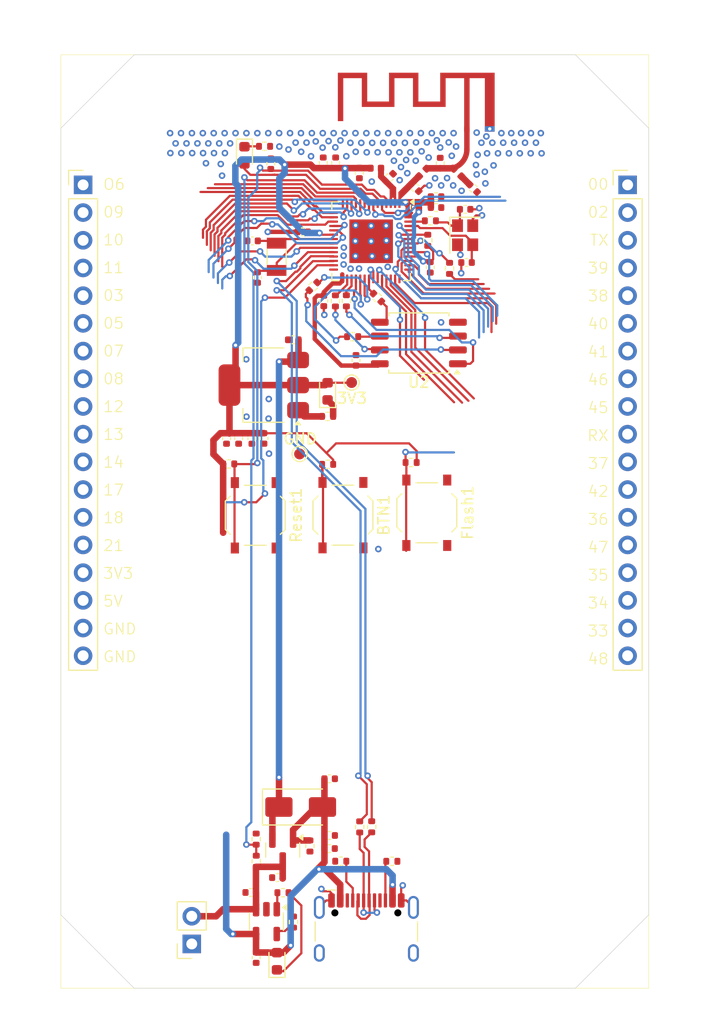
<source format=kicad_pcb>
(kicad_pcb (version 20241229) (generator "pcbnew") (generator_version "9.0")
  (layers (0 "F.Cu" signal) (2 "B.Cu" signal) (13 "F.Paste" user) (15 "B.Paste" user) (5 "F.SilkS" user "F.Silkscreen") (7 "B.SilkS" user "B.Silkscreen") (1 "F.Mask" user) (3 "B.Mask" user) (25 "Edge.Cuts" user))
  (net 0 "")
  (net 1 "GND")
  (net 2 "IO0")
  (net 3 "5V")
  (net 4 "EN")
  (net 5 "VDD_SPI")
  (net 6 "SPIQ")
  (net 7 "SPIWP")
  (net 8 "SPIHD")
  (net 9 "SPID")
  (net 10 "VSYS")
  (net 11 "IO14")
  (net 12 "Net-(D3-K)")
  (net 13 "VDD_CPU")
  (net 14 "Net-(J1-CC2)")
  (net 15 "Net-(J1-CC1)")
  (net 16 "Net-(C4-Pad1)")
  (net 17 "Net-(C14-Pad1)")
  (net 18 "XTAL32N")
  (net 19 "Net-(U1-LNA_IN)")
  (net 20 "Net-(U3-PROG)")
  (net 21 "Net-(C19-Pad1)")
  (net 22 "IO21")
  (net 23 "Net-(U3-STAT)")
  (net 24 "IO4{slash}BAT")
  (net 25 "IO17{slash}SCL")
  (net 26 "IO18{slash}SDA")
  (net 27 "Net-(U1-XTAL_N)")
  (net 28 "Net-(U1-XTAL_P)")
  (net 29 "TX")
  (net 30 "IO45")
  (net 31 "Net-(U1-U0TXD)")
  (net 32 "Net-(U1-SPID)")
  (net 33 "Net-(U1-SPIQ)")
  (net 34 "Net-(U1-SPICLK)")
  (net 35 "Net-(U1-SPIWP)")
  (net 36 "XTAL32P")
  (net 37 "VBAT")
  (net 38 "SPICS0")
  (net 39 "IO3")
  (net 40 "IO2")
  (net 41 "IO13")
  (net 42 "IO12")
  (net 43 "IO11")
  (net 44 "IO10")
  (net 45 "IO1")
  (net 46 "Net-(D1-K)")
  (net 47 "Net-(D2-K)")
  (net 48 "Net-(U1-SPIHD)")
  (net 49 "IO6")
  (net 50 "IO42")
  (net 51 "IO9")
  (net 52 "IO48")
  (net 53 "IO47")
  (net 54 "IO38")
  (net 55 "IO36")
  (net 56 "IO7")
  (net 57 "IO8")
  (net 58 "IO35")
  (net 59 "IO34")
  (net 61 "RX")
  (net 62 "IO40")
  (net 63 "IO41")
  (net 64 "IO37")
  (net 65 "IO39")
  (net 66 "IO46")
  (net 67 "IO5")
  (net 68 "IO33")
  (net 69 "SPISCK")
  (net 70 "Net-(AE1-FEED)")
  (net 71 "USB_D-")
  (net 72 "USB_D+")
  (footprint "Capacitor_SMD:C_0402_1005Metric" (layer "F.Cu") (at 166.63 49.58)
    (property "Reference" "C39" (hide yes))
    (property "Value" "1uF")
  )
  (footprint "Capacitor_SMD:C_0402_1005Metric" (layer "F.Cu") (at 169.3 50.74)
    (property "Reference" "C4" (hide yes))
    (property "Value" "12pF")
  )
  (footprint "Resistor_SMD:R_0402_1005Metric" (layer "F.Cu") (at 158.97 62.42)
    (property "Reference" "R28" (hide yes))
    (property "Value" "0R")
  )
  (footprint "Capacitor_SMD:C_0402_1005Metric" (layer "F.Cu") (at 157.41 46.47 90)
    (property "Reference" "C26" (hide yes))
    (property "Value" "1uF")
  )
  (footprint "Capacitor_SMD:C_0402_1005Metric" (layer "F.Cu") (at 153.52 62.705 180)
    (property "Reference" "C7" (hide yes))
    (property "Value" "10uF")
  )
  (footprint "Capacitor_SMD:C_0402_1005Metric" (layer "F.Cu") (at 156.32 59.14 -90)
    (property "Reference" "C13" (hide yes))
    (property "Value" "1uF")
  )
  (footprint "Resistor_SMD:R_0402_1005Metric" (layer "F.Cu") (at 164.34 73.9575 180)
    (property "Reference" "R21" (hide yes))
    (property "Value" "10K")
  )
  (footprint "Capacitor_SMD:C_0402_1005Metric" (layer "F.Cu") (at 166.1 56.06 -90)
    (property "Reference" "C11" (hide yes))
    (property "Value" "0.1uF")
  )
  (footprint "Resistor_SMD:R_0402_1005Metric" (layer "F.Cu") (at 160.72 107.365 90)
    (property "Reference" "R2" (hide yes))
    (property "Value" "33R")
  )
  (footprint "LED_SMD:LED_0603_1608Metric" (layer "F.Cu") (at 156.67 67.4325 90)
    (property "Reference" "D2" (hide yes))
    (property "Value" "LED")
  )
  (footprint "Resistor_SMD:R_0402_1005Metric" (layer "F.Cu") (at 155.05 109.125 90)
    (property "Reference" "R20" (hide yes))
    (property "Value" "100K")
  )
  (footprint "Resistor_SMD:R_0402_1005Metric" (layer "F.Cu") (at 153.54 116.1 -90)
    (property "Reference" "R1" (hide yes))
    (property "Value" "2K")
  )
  (footprint "Capacitor_SMD:C_0402_1005Metric" (layer "F.Cu") (at 169.43 55.62)
    (property "Reference" "C33" (hide yes))
    (property "Value" "12pF")
  )
  (footprint "Resistor_SMD:R_0402_1005Metric" (layer "F.Cu") (at 159.62 107.375 90)
    (property "Reference" "R18" (hide yes))
    (property "Value" "33R")
  )
  (footprint "Capacitor_SMD:C_0402_1005Metric" (layer "F.Cu") (at 150.24 56.995 -90)
    (property "Reference" "C37" (hide yes))
    (property "Value" "12pF")
  )
  (footprint "Capacitor_SMD:C_0402_1005Metric" (layer "F.Cu") (at 164.7 48.74 -45)
    (property "Reference" "DNP1" (hide yes))
    (property "Value" "15pF")
  )
  (footprint "Connector_USB:USB_C_Receptacle_HCTL_HC-TYPE-C-16P-01A" (layer "F.Cu") (at 160.23 117.8616)
    (property "Reference" "J1" (hide yes))
    (property "Value" "USB_C_Receptacle_USB2.0_14P")
  )
  (footprint "Capacitor_SMD:C_0402_1005Metric" (layer "F.Cu") (at 152.06 112.025 180)
    (property "Reference" "C8" (hide yes))
    (property "Value" "10uF")
  )
  (footprint "Resistor_SMD:R_0402_1005Metric" (layer "F.Cu") (at 155.35 57.81 -135)
    (property "Reference" "R27" (hide yes))
    (property "Value" "0R")
  )
  (footprint "Resistor_SMD:R_0402_1005Metric" (layer "F.Cu") (at 166.11 51.795 180)
    (property "Reference" "R23" (hide yes))
    (property "Value" "0R")
  )
  (footprint "Resistor_SMD:R_0402_1005Metric" (layer "F.Cu") (at 167.87 56.155 -90)
    (property "Reference" "R24" (hide yes))
    (property "Value" "470R")
  )
  (footprint "Button_Switch_SMD:SW_Push_1P1T_XKB_TS-1187A" (layer "F.Cu") (at 158.08 78.7875 -90)
    (property "Reference" "BTN1")
    (property "Value" "BTN")
  )
  (footprint "Capacitor_SMD:C_0402_1005Metric" (layer "F.Cu") (at 148.5 71.755 -90)
    (property "Reference" "C20" (hide yes))
    (property "Value" "10uF")
  )
  (footprint "Diode_SMD:D_SMA" (layer "F.Cu") (at 154.2 105.55)
    (property "Reference" "D4" (hide yes))
    (property "Value" "SS14")
  )
  (footprint "Package_TO_SOT_SMD:SOT-23" (layer "F.Cu") (at 152.55 109.4975 -90)
    (property "Reference" "Q1" (hide yes))
    (property "Value" "AO3401A")
  )
  (footprint "Resistor_SMD:R_0402_1005Metric" (layer "F.Cu") (at 156.675 74.1275 180)
    (property "Reference" "R4" (hide yes))
    (property "Value" "10K")
  )
  (footprint "Connector_PinSocket_2.54mm:PinSocket_1x02_P2.54mm_Vertical" (layer "F.Cu") (at 144.1975 118.1075 180)
    (property "Reference" "J2" (hide yes))
    (property "Value" "Conn_01x02_Pin")
  )
  (footprint "Capacitor_SMD:C_0402_1005Metric" (layer "F.Cu") (at 149.6125 113.3875 180)
    (property "Reference" "C2" (hide yes))
    (property "Value" "10uF")
  )
  (footprint "Resistor_SMD:R_0402_1005Metric" (layer "F.Cu") (at 162.57 110.53 180)
    (property "Reference" "R17" (hide yes))
    (property "Value" "5.1K")
  )
  (footprint "LED_SMD:LED_0603_1608Metric" (layer "F.Cu") (at 149.0375 45.7875 -90)
    (property "Reference" "D3" (hide yes))
    (property "Value" "LED")
  )
  (footprint "Connector_PinHeader_2.54mm:PinHeader_1x18_P2.54mm_Vertical" (layer "F.Cu") (at 134.22 48.5)
    (property "Reference" "J3" (hide yes))
    (property "Value" "Conn_01x18_Pin")
  )
  (footprint "Resistor_SMD:R_0402_1005Metric" (layer "F.Cu") (at 150.11 108.495 90)
    (property "Reference" "R19" (hide yes))
    (property "Value" "200K")
  )
  (footprint "TestPoint:TestPoint_Pad_D1.0mm" (layer "F.Cu") (at 154.1 73.175)
    (property "Reference" "GND1" (hide yes))
    (property "Value" "GND")
  )
  (footprint "RF_Antenna:Texas_SWRA117D_2.4GHz_Left" (layer "F.Cu") (at 169.46 43.365)
    (property "Reference" "AE1" (hide yes))
    (property "Value" "Antenna")
  )
  (footprint "Capacitor_SMD:C_0402_1005Metric" (layer "F.Cu") (at 150.11 119.36 -90)
    (property "Reference" "C36" (hide yes))
    (property "Value" "10uF")
  )
  (footprint "Resistor_SMD:R_0402_1005Metric" (layer "F.Cu") (at 165.87 53.58 -90)
    (property "Reference" "R31" (hide yes))
    (property "Value" "DNP")
  )
  (footprint "Capacitor_SMD:C_0402_1005Metric" (layer "F.Cu") (at 151.455 46.5625 90)
    (property "Reference" "C15" (hide yes))
    (property "Value" "0.1uF")
  )
  (footprint "Capacitor_SMD:C_0402_1005Metric" (layer "F.Cu") (at 166.63 50.58)
    (property "Reference" "C40" (hide yes))
    (property "Value" "10nF")
  )
  (footprint "Capacitor_SMD:C_0402_1005Metric" (layer "F.Cu") (at 156.85 109.36)
    (property "Reference" "C16" (hide yes))
    (property "Value" "10uF")
  )
  (footprint "Capacitor_SMD:C_0402_1005Metric" (layer "F.Cu") (at 162.34 47.82 45)
    (property "Reference" "C19" (hide yes))
    (property "Value" "0.1uF")
  )
  (footprint "Capacitor_SMD:C_0402_1005Metric" (layer "F.Cu") (at 154.38 52.81 180)
    (property "Reference" "C10" (hide yes))
    (property "Value" "0.1uF")
  )
  (footprint "Resistor_SMD:R_0402_1005Metric" (layer "F.Cu") (at 161.24 58.83 -45)
    (property "Reference" "R26" (hide yes))
    (property "Value" "0R")
  )
  (footprint "Inductor_SMD:L_0402_1005Metric" (layer "F.Cu") (at 165.41 47.36 45)
    (property "Reference" "L6" (hide yes))
    (property "Value" "4.7nH")
  )
  (footprint "Crystal:Crystal_SMD_2520-4Pin_2.5x2.0mm" (layer "F.Cu") (at 169.3 53.115 -90)
    (property "Reference" "Y2" (hide yes))
    (property "Value" "40MHz(10ppm)")
  )
  (footprint "Resistor_SMD:R_0402_1005Metric" (layer "F.Cu") (at 158.395 59.13 -90)
    (property "Reference" "R29" (hide yes))
    (property "Value" "0R")
  )
  (footprint "Package_TO_SOT_SMD:SOT-223-3_TabPin2" (layer "F.Cu") (at 150.81 66.86 180)
    (property "Reference" "U4" (hide yes))
    (property "Value" "AMS1117-3.3")
  )
  (footprint "Capacitor_SMD:C_0402_1005Metric" (layer "F.Cu") (at 159.28 64.59 90)
    (property "Reference" "C32" (hide yes))
    (property "Value" "0.1uF")
  )
  (footprint "LED_SMD:LED_0603_1608Metric" (layer "F.Cu") (at 152.02 119.6925 90)
    (property "Reference" "D1" (hide yes))
    (property "Value" "LED")
  )
  (footprint "Resistor_SMD:R_0402_1005Metric" (layer "F.Cu") (at 150.12 110.525 90)
    (property "Reference" "R12" (hide yes))
    (property "Value" "200K")
  )
  (footprint "Capacitor_SMD:C_0402_1005Metric" (layer "F.Cu") (at 170.05442 48.815894 -45)
    (property "Reference" "C14" (hide yes))
    (property "Value" "DNP")
  )
  (footprint "Inductor_SMD:L_0402_1005Metric" (layer "F.Cu") (at 168.611473 47.372947 135)
    (property "Reference" "L5" (hide yes))
    (property "Value" "DNP")
  )
  (footprint "Capacitor_SMD:C_0402_1005Metric" (layer "F.Cu") (at 147.39 71.755 -90)
    (property "Reference" "C3" (hide yes))
    (property "Value" "10uF")
  )
  (footprint "Package_DFN_QFN:QFN-56-1EP_7x7mm_P0.4mm_EP4x4mm" (layer "F.Cu") (at 160.67 53.67 -90)
    (property "Reference" "U1" (hide yes))
    (property "Value" "ESP32-S3")
  )
  (footprint "Capacitor_SMD:C_0402_1005Metric" (layer "F.Cu") (at 149.72 71.76 -90)
    (property "Reference" "C35" (hide yes))
    (property "Value" "0.1uF")
  )
  (footprint "Package_TO_SOT_SMD:SOT-23-5" (layer "F.Cu") (at 151.0525 116.06 -90)
    (property "Reference" "U3" (hide yes))
    (property "Value" "MCP73831-2-OT")
  )
  (footprint "Capacitor_SMD:C_0402_1005Metric" (layer "F.Cu") (at 156.86 108.16)
    (property "Reference" "C6" (hide yes))
    (property "Value" "10uF")
  )
  (footprint "Resistor_SMD:R_0402_1005Metric" (layer "F.Cu") (at 156.67 69.73 180)
    (property "Reference" "R16" (hide yes))
    (property "Value" "470R")
  )
  (footprint "Capacitor_SMD:C_0402_1005Metric" (layer "F.Cu") (at 156.27 46.47 90)
    (property "Reference" "C25" (hide yes))
    (property "Value" "10uF")
  )
  (footprint "Capacitor_SMD:C_0402_1005Metric" (layer "F.Cu") (at 149.78 53.635 180)
    (property "Reference" "C38" (hide yes))
    (property "Value" "12pF")
  )
  (footprint "Resistor_SMD:R_0402_1005Metric" (layer "F.Cu") (at 152.5725 113.4075)
    (property "Reference" "R15" (hide yes))
    (property "Value" "1K")
  )
  (footprint "Resistor_SMD:R_0402_1005Metric" (layer "F.Cu") (at 147.59 74.0875 180)
    (property "Reference" "R22" (hide yes))
    (property "Value" "10K")
  )
  (footprint "Button_Switch_SMD:SW_Push_1P1T_XKB_TS-1187A" (layer "F.Cu") (at 165.78 78.5675 -90)
    (property "Reference" "Flash1")
    (property "Value" "Flash")
  )
  (footprint "Capacitor_SMD:C_0402_1005Metric" (layer "F.Cu") (at 167.011473 46.5 90)
    (property "Reference" "C31" (hide yes))
    (property "Value" "15pF")
  )
  (footprint "Resistor_SMD:R_0402_1005Metric" (layer "F.Cu") (at 157.88 110.52)
    (property "Reference" "R14" (hide yes))
    (property "Value" "5.1K")
  )
  (footprint "Resistor_SMD:R_0402_1005Metric" (layer "F.Cu") (at 150.88 44.965)
    (property "Reference" "R25" (hide yes))
    (property "Value" "470R")
  )
  (footprint "Inductor_SMD:L_0402_1005Metric" (layer "F.Cu") (at 161.09 46.97)
    (property "Reference" "L3" (hide yes))
    (property "Value" "2nH")
  )
  (footprint "Connector_PinHeader_2.54mm:PinHeader_1x18_P2.54mm_Vertical" (layer "F.Cu") (at 184.22 48.5)
    (property "Reference" "J5" (hide yes))
    (property "Value" "Conn_01x18_Pin")
  )
  (footprint "Resistor_SMD:R_0402_1005Metric" (layer "F.Cu") (at 157.39 59.14 -90)
    (property "Reference" "R30" (hide yes))
    (property "Value" "0R")
  )
  (footprint "Capacitor_SMD:C_0402_1005Metric" (layer "F.Cu") (at 159.59 47.41 -90)
    (property "Reference" "C18" (hide yes))
    (property "Value" "0.1uF")
  )
  (footprint "Capacitor_SMD:C_0402_1005Metric" (layer "F.Cu") (at 156.86 102.96)
    (property "Reference" "C22" (hide yes))
    (property "Value" "0.1uF")
  )
  (footprint "Button_Switch_SMD:SW_Push_1P1T_XKB_TS-1187A" (layer "F.Cu") (at 150.03 78.8 -90)
    (property "Reference" "Reset1")
    (property "Value" "Reset")
  )
  (footprint "Package_SO:SOIC-8_5.3x5.3mm_P1.27mm" (layer "F.Cu") (at 165.05 63 180)
    (property "Reference" "U2")
    (property "Value" "W25Q128JVS")
  )
  (footprint "Capacitor_SMD:C_0402_1005Metric" (layer "F.Cu") (at 150.83 71.75 -90)
    (property "Reference" "C17" (hide yes))
    (property "Value" "10uF")
  )
  (footprint "TestPoint:TestPoint_Pad_D1.0mm" (layer "F.Cu") (at 158.875 66.625)
    (property "Reference" "3V3")
    (property "Value" "+3V3")
  )
  (footprint "Crystal:Crystal_SMD_3215-2Pin_3.2x1.5mm" (layer "F.Cu") (at 151.99 55.095 -90)
    (property "Reference" "Y1" (hide yes))
    (property "Value" "32.768 kHz")
  )
  (gr_arc (start 169.459929 45.224861) (mid 169.126035 46.28976) (end 168.225 46.948265) (stroke (width 0.5)) (layer "F.Cu") (net 70))
  (gr_line (start 162.09 60.665) (end 162.09 60.955) (stroke (width 0.2)) (layer "F.Cu") (net 9))
  (gr_rect (start 132.18 36.57) (end 186.16 122.17) (stroke (width 0.05)) (fill no) (layer "F.SilkS"))
  (gr_line (start 132.18 115.44) (end 132.18 43.3) (stroke (width 0.05)) (layer "Edge.Cuts"))
  (gr_line (start 179.43 122.17) (end 138.91 122.17) (stroke (width 0.05)) (layer "Edge.Cuts"))
  (gr_line (start 132.18 43.3) (end 138.91 36.57) (stroke (width 0.05)) (layer "Edge.Cuts"))
  (gr_line (start 186.16 115.44) (end 179.43 122.17) (stroke (width 0.05)) (layer "Edge.Cuts"))
  (gr_line (start 138.91 36.57) (end 179.43 36.57) (stroke (width 0.05)) (layer "Edge.Cuts"))
  (gr_line (start 186.16 43.3) (end 186.16 115.44) (stroke (width 0.05)) (layer "Edge.Cuts"))
  (gr_line (start 186.16 43.3) (end 179.43 36.57) (stroke (width 0.05)) (layer "Edge.Cuts"))
  (gr_line (start 132.18 115.44) (end 138.91 122.17) (stroke (width 0.05)) (layer "Edge.Cuts"))
  (gr_text "03" (at 136 59.227941 -0) (layer "F.SilkS") (effects (font (size 1 1) (thickness 0.1)) (justify left bottom)))
  (gr_text "O6" (at 136 49.035 -0) (layer "F.SilkS") (effects (font (size 1 1) (thickness 0.1)) (justify left bottom)))
  (gr_text "3V3" (at 136 84.710294 -0) (layer "F.SilkS") (effects (font (size 1 1) (thickness 0.1)) (justify left bottom)))
  (gr_text "46" (at 180.5 66.955 -0) (layer "F.SilkS") (effects (font (size 1 1) (thickness 0.1)) (justify left bottom)))
  (gr_text "17" (at 136 77.065588 -0) (layer "F.SilkS") (effects (font (size 1 1) (thickness 0.1)) (justify left bottom)))
  (gr_text "38" (at 180.5 59.275 -0) (layer "F.SilkS") (effects (font (size 1 1) (thickness 0.1)) (justify left bottom)))
  (gr_text "10" (at 136 54.131471 -0) (layer "F.SilkS") (effects (font (size 1 1) (thickness 0.1)) (justify left bottom)))
  (gr_text "5V" (at 136 87.258529 -0) (layer "F.SilkS") (effects (font (size 1 1) (thickness 0.1)) (justify left bottom)))
  (gr_text "36" (at 180.5 79.755 -0) (layer "F.SilkS") (effects (font (size 1 1) (thickness 0.1)) (justify left bottom)))
  (gr_text "GND" (at 152.525 72.375 0) (layer "F.SilkS") (effects (font (size 1 1)) (justify left bottom)))
  (gr_text "13" (at 136 71.969118 -0) (layer "F.SilkS") (effects (font (size 1 1) (thickness 0.1)) (justify left bottom)))
  (gr_text "48" (at 180.5 92.555 -0) (layer "F.SilkS") (effects (font (size 1 1) (thickness 0.1)) (justify left bottom)))
  (gr_text "45" (at 180.5 69.515 -0) (layer "F.SilkS") (effects (font (size 1 1) (thickness 0.1)) (justify left bottom)))
  (gr_text "RX" (at 180.452381 72.075 -0) (layer "F.SilkS") (effects (font (size 1 1) (thickness 0.1)) (justify left bottom)))
  (gr_text "34" (at 180.5 87.435 -0) (layer "F.SilkS") (effects (font (size 1 1) (thickness 0.1)) (justify left bottom)))
  (gr_text "00" (at 180.5 49.035 -0) (layer "F.SilkS") (effects (font (size 1 1) (thickness 0.1)) (justify left bottom)))
  (gr_text "12" (at 136 69.420882 -0) (layer "F.SilkS") (effects (font (size 1 1) (thickness 0.1)) (justify left bottom)))
  (gr_text "42" (at 180.5 77.195 -0) (layer "F.SilkS") (effects (font (size 1 1) (thickness 0.1)) (justify left bottom)))
  (gr_text "08\n" (at 136 66.872647 -0) (layer "F.SilkS") (effects (font (size 1 1) (thickness 0.1)) (justify left bottom)))
  (gr_text "35" (at 180.5 84.875 -0) (layer "F.SilkS") (effects (font (size 1 1) (thickness 0.1)) (justify left bottom)))
  (gr_text "18" (at 136 79.613824 -0) (layer "F.SilkS") (effects (font (size 1 1) (thickness 0.1)) (justify left bottom)))
  (gr_text "33" (at 180.5 89.995 -0) (layer "F.SilkS") (effects (font (size 1 1) (thickness 0.1)) (justify left bottom)))
  (gr_text "07" (at 136 64.324412 -0) (layer "F.SilkS") (effects (font (size 1 1) (thickness 0.1)) (justify left bottom)))
  (gr_text "05" (at 136 61.776176 -0) (layer "F.SilkS") (effects (font (size 1 1) (thickness 0.1)) (justify left bottom)))
  (gr_text "47" (at 180.5 82.315 -0) (layer "F.SilkS") (effects (font (size 1 1) (thickness 0.1)) (justify left bottom)))
  (gr_text "11" (at 136 56.679706 -0) (layer "F.SilkS") (effects (font (size 1 1) (thickness 0.1)) (justify left bottom)))
  (gr_text "21" (at 136 82.162059 -0) (layer "F.SilkS") (effects (font (size 1 1) (thickness 0.1)) (justify left bottom)))
  (gr_text "39" (at 180.5 56.715 -0) (layer "F.SilkS") (effects (font (size 1 1) (thickness 0.1)) (justify left bottom)))
  (gr_text "14" (at 136 74.517353 -0) (layer "F.SilkS") (effects (font (size 1 1) (thickness 0.1)) (justify left bottom)))
  (gr_text "37" (at 180.5 74.635 -0) (layer "F.SilkS") (effects (font (size 1 1) (thickness 0.1)) (justify left bottom)))
  (gr_text "41" (at 180.5 64.395 -0) (layer "F.SilkS") (effects (font (size 1 1) (thickness 0.1)) (justify left bottom)))
  (gr_text "GND" (at 136 89.806765 -0) (layer "F.SilkS") (effects (font (size 1 1) (thickness 0.1)) (justify left bottom)))
  (gr_text "09" (at 136 51.583235 -0) (layer "F.SilkS") (effects (font (size 1 1) (thickness 0.1)) (justify left bottom)))
  (gr_text "GND" (at 136 92.355 -0) (layer "F.SilkS") (effects (font (size 1 1) (thickness 0.1)) (justify left bottom)))
  (gr_text "TX" (at 180.690476 54.155 -0) (layer "F.SilkS") (effects (font (size 1 1) (thickness 0.1)) (justify left bottom)))
  (gr_text "40" (at 180.5 61.835 -0) (layer "F.SilkS") (effects (font (size 1 1) (thickness 0.1)) (justify left bottom)))
  (gr_text "02" (at 180.5 51.595 -0) (layer "F.SilkS") (effects (font (size 1 1) (thickness 0.1)) (justify left bottom)))
  (segment (start 156.32 60.4) (end 156.37 60.45) (width 0.2) (layer "F.Cu") (net 1))
  (segment (start 170 52.24) (end 170 51.6) (width 0.2) (layer "F.Cu") (net 1))
  (segment (start 163.43 114.1166) (end 163.91 114.1166) (width 0.2) (layer "F.Cu") (net 1))
  (segment (start 156.16 69.73) (end 154.53 69.73) (width 0.6) (layer "F.Cu") (net 1))
  (segment (start 154.53 69.73) (end 153.96 69.16) (width 0.6) (layer "F.Cu") (net 1))
  (segment (start 165.55 48.575) (end 165.045589 49.079411) (width 0.2) (layer "F.Cu") (net 1))
  (segment (start 156.1 113.0666) (end 156.1 113.1866) (width 0.2) (layer "F.Cu") (net 1))
  (segment (start 165.985 48.575) (end 165.55 48.575) (width 0.2) (layer "F.Cu") (net 1))
  (segment (start 170.495 50.74) (end 170.6 50.635) (width 0.2) (layer "F.Cu") (net 1))
  (segment (start 163.91 114.1166) (end 164.55 114.7566) (width 0.2) (layer "F.Cu") (net 1))
  (segment (start 168.86 54.91) (end 168.86 54.25) (width 0.2) (layer "F.Cu") (net 1))
  (segment (start 168.94 56.525) (end 168.95 56.515) (width 0.2) (layer "F.Cu") (net 1))
  (segment (start 153.9 52.81) (end 151.175 52.81) (width 0.4) (layer "F.Cu") (net 1))
  (segment (start 156.85 113.2766) (end 157.02 113.4466) (width 0.2) (layer "F.Cu") (net 1))
  (segment (start 156.1 113.1866) (end 156.19 113.2766) (width 0.2) (layer "F.Cu") (net 1))
  (segment (start 157.03 114.1166) (end 156.55 114.1166) (width 0.2) (layer "F.Cu") (net 1))
  (segment (start 156.19 113.2766) (end 156.85 113.2766) (width 0.2) (layer "F.Cu") (net 1))
  (segment (start 170.305 51.295) (end 170.85 51.295) (width 0.2) (layer "F.Cu") (net 1))
  (segment (start 163.43 112.8766) (end 163.57 112.7366) (width 0.2) (layer "F.Cu") (net 1))
  (segment (start 169.78 50.74) (end 170.495 50.74) (width 0.2) (layer "F.Cu") (net 1))
  (segment (start 168.95 56.515) (end 168.95 55.62) (width 0.2) (layer "F.Cu") (net 1))
  (segment (start 165.045589 49.079411) (end 165.039411 49.079411) (width 0.2) (layer "F.Cu") (net 1))
  (segment (start 156.32 59.62) (end 156.32 60.4) (width 0.2) (layer "F.Cu") (net 1))
  (segment (start 156.55 114.1166) (end 155.91 114.7566) (width 0.2) (layer "F.Cu") (net 1))
  (segment (start 157.02 114.1066) (end 157.03 114.1166) (width 0.2) (layer "F.Cu") (net 1))
  (segment (start 168.94 56.6) (end 168.94 56.525) (width 0.2) (layer "F.Cu") (net 1))
  (segment (start 169 55.67) (end 168.95 55.62) (width 0.2) (layer "F.Cu") (net 1))
  (segment (start 168.86 54.25) (end 168.6 53.99) (width 0.2) (layer "F.Cu") (net 1))
  (segment (start 166.01 48.55) (end 165.985 48.575) (width 0.2) (layer "F.Cu") (net 1))
  (segment (start 170 51.6) (end 170.305 51.295) (width 0.2) (layer "F.Cu") (net 1))
  (segment (start 157.02 113.4466) (end 157.02 114.1066) (width 0.2) (layer "F.Cu") (net 1))
  (segment (start 153.79 69.2975) (end 153.94 69.4475) (width 0.2) (layer "F.Cu") (net 1))
  (segment (start 163.43 114.1166) (end 163.43 112.8766) (width 0.2) (layer "F.Cu") (net 1))
  (via (at 167.79 44.605) (size 0.6) (drill 0.3) (layers "F.Cu" "B.Cu") (net 1))
  (via (at 172.63 43.755) (size 0.6) (drill 0.3) (layers "F.Cu" "B.Cu") (net 1))
  (via (at 163.29 48.065) (size 0.6) (drill 0.3) (layers "F.Cu" "B.Cu") (net 1))
  (via (at 174.798846 44.635) (size 0.6) (drill 0.3) (layers "F.Cu" "B.Cu") (net 1))
  (via (at 171.314231 45.605) (size 0.6) (drill 0.3) (layers "F.Cu" "B.Cu") (net 1))
  (via (at 145.213462 43.755) (size 0.6) (drill 0.3) (layers "F.Cu" "B.Cu") (net 1))
  (via (at 163.88 46.215) (size 0.6) (drill 0.3) (layers "F.Cu" "B.Cu") (net 1))
  (via (at 171.25 44.055) (size 0.6) (drill 0.3) (layers "F.Cu" "B.Cu") (net 1))
  (via (at 153.08 45.255) (size 0.6) (drill 0.3) (layers "F.Cu" "B.Cu") (net 1))
  (via (at 158.228462 43.755) (size 0.6) (drill 0.3) (layers "F.Cu" "B.Cu") (net 1))
  (via (at 171.16 48.365) (size 0.6) (drill 0.3) (layers "F.Cu" "B.Cu") (net 1))
  (via (at 168.2 48.55) (size 0.6) (drill 0.3) (layers "F.Cu" "B.Cu") (net 1))
  (via (at 149.2 64.495) (size 0.6) (drill 0.3) (layers "F.Cu" "B.Cu") (net 1))
  (via (at 155.58 44.515) (size 0.6) (drill 0.3) (layers "F.Cu" "B.Cu") (net 1))
  (via (at 143.235385 45.585) (size 0.6) (drill 0.3) (layers "F.Cu" "B.Cu") (net 1))
  (via (at 146.98 47.655) (size 0.6) (drill 0.3) (layers "F.Cu" "B.Cu") (net 1))
  (via (at 149.22 69.755) (size 0.6) (drill 0.3) (layers "F.Cu" "B.Cu") (net 1))
  (via (at 167.01 45.075) (size 0.6) (drill 0.3) (layers "F.Cu" "B.Cu") (net 1))
  (via (at 165.787693 44.605) (size 0.6) (drill 0.3) (layers "F.Cu" "B.Cu") (net 1))
  (via (at 153.222692 43.755) (size 0.6) (drill 0.3) (layers "F.Cu" "B.Cu") (net 1))
  (via (at 160.67 52.255) (size 0.6) (drill 0.3) (layers "F.Cu" "B.Cu") (net 1))
  (via (at 146.238846 45.585) (size 0.6) (drill 0.3) (layers "F.Cu" "B.Cu") (net 1))
  (via (at 164.762307 46.285) (size 0.6) (drill 0.3) (layers "F.Cu" "B.Cu") (net 1))
  (via (at 167.1 48.55) (size 0.6) (drill 0.3) (layers "F.Cu" "B.Cu") (net 1))
  (via (at 175.8 44.635) (size 0.6) (drill 0.3) (layers "F.Cu" "B.Cu") (net 1))
  (via (at 162.768846 44.645) (size 0.6) (drill 0.3) (layers "F.Cu" "B.Cu") (net 1))
  (via (at 149.218077 43.755) (size 0.6) (drill 0.3) (layers "F.Cu" "B.Cu") (net 1))
  (via (at 160.766539 44.645) (size 0.6) (drill 0.3) (layers "F.Cu" "B.Cu") (net 1))
  (via (at 147.24 45.585) (size 0.6) (drill 0.3) (layers "F.Cu" "B.Cu") (net 1))
  (via (at 176.32 45.605) (size 0.6) (drill 0.3) (layers "F.Cu" "B.Cu") (net 1))
  (via (at 156.21 45.085) (size 0.6) (drill 0.3) (layers "F.Cu" "B.Cu") (net 1))
  (via (at 156.226154 43.755) (size 0.6) (drill 0.3) (layers "F.Cu" "B.Cu") (net 1))
  (via (at 159.229615 43.755) (size 0.6) (drill 0.3) (layers "F.Cu" "B.Cu") (net 1))
  (via (at 154.736539 44.625) (size 0.6) (drill 0.3) (layers "F.Cu" "B.Cu") (net 1))
  (via (at 151.25 69.935) (size 0.6) (drill 0.3) (layers "F.Cu" "B.Cu") (net 1))
  (via (at 143.211154 43.755) (size 0.6) (drill 0.3) (layers "F.Cu" "B.Cu") (net 1))
  (via (at 163.234231 43.755) (size 0.6) (drill 0.3) (layers "F.Cu" "B.Cu") (net 1))
  (via (at 148.216923 43.755) (size 0.6) (drill 0.3) (layers "F.Cu" "B.Cu") (net 1))
  (via (at 153.735385 44.625) (size 0.6) (drill 0.3) (layers "F.Cu" "B.Cu") (net 1))
  (via (at 158.14 54.995) (size 0.6) (drill 0.3) (layers "F.Cu" "B.Cu") (net 1))
  (via (at 159.25 45.465) (size 0.6) (drill 0.3) (layers "F.Cu" "B.Cu") (net 1))
  (via (at 166.237692 43.755) (size 0.6) (drill 0.3) (layers "F.Cu" "B.Cu") (net 1))
  (via (at 174.44 43.755) (size 0.6) (drill 0.3) (layers "F.Cu" "B.Cu") (net 1))
  (via (at 156.1 113.0666) (size 0.6) (drill 0.3) (layers "F.Cu" "B.Cu") (net 1))
  (via (at 163.77 44.645) (size 0.6) (drill 0.3) (layers "F.Cu" "B.Cu") (net 1))
  (via (at 157.85 44.425) (size 0.6) (drill 0.3) (layers "F.Cu" "B.Cu") (net 1))
  (via (at 158.78 56.185) (size 0.6) (drill 0.3) (layers "F.Cu" "B.Cu") (net 1))
  (via (at 166.54 47.895) (size 0.6) (drill 0.3) (layers "F.Cu" "B.Cu") (net 1))
  (via (at 157.38 45.055) (size 0.6) (drill 0.3) (layers "F.Cu" "B.Cu") (net 1))
  (via (at 144.236539 45.585) (size 0.6) (drill 0.3) (layers "F.Cu" "B.Cu") (net 1))
  (via (at 172.796539 44.635) (size 0.6) (drill 0.3) (layers "F.Cu" "B.Cu") (net 1))
  (via (at 175.318846 45.605) (size 0.6) (drill 0.3) (layers "F.Cu" "B.Cu") (net 1))
  (via (at 146.718846 44.695) (size 0.6) (drill 0.3) (layers "F.Cu" "B.Cu") (net 1))
  (via (at 168.86 54.91) (size 0.6) (drill 0.3) (layers "F.Cu" "B.Cu") (net 1))
  (via (at 160.725 48.2) (size 0.6) (drill 0.3) (layers "F.Cu" "B.Cu") (net 1))
  (via (at 160.67 53.67) (size 0.6) (drill 0.3) (layers "F.Cu" "B.Cu") (net 1))
  (via (at 152.24 44.985) (size 0.6) (drill 0.3) (layers "F.Cu" "B.Cu") (net 1))
  (via (at 164.268846 45.515) (size 0.6) (drill 0.3) (layers "F.Cu" "B.Cu") (net 1))
  (via (at 168.24 43.755) (size 0.6) (drill 0.3) (layers "F.Cu" "B.Cu") (net 1))
  (via (at 170.36 43.705) (size 0.6) (drill 0.3) (layers "F.Cu" "B.Cu") (net 1))
  (via (at 155.15 45.875) (size 0.6) (drill 0.3) (layers "F.Cu" "B.Cu") (net 1))
  (via (at 144.212308 43.755) (size 0.6) (drill 0.3) (layers "F.Cu" "B.Cu") (net 1))
  (via (at 164.786539 44.605) (size 0.6) (drill 0.3) (layers "F.Cu" "B.Cu") (net 1))
  (via (at 159.23 55.025) (size 0.6) (drill 0.3) (layers "F.Cu" "B.Cu") (net 1))
  (via (at 162.08 55.075) (size 0.6) (drill 0.3) (layers "F.Cu" "B.Cu") (net 1))
  (via (at 161.265385 45.515) (size 0.6) (drill 0.3) (layers "F.Cu" "B.Cu") (net 1))
  (via (at 173.797693 44.635) (size 0.6) (drill 0.3) (layers "F.Cu" "B.Cu") (net 1))
  (via (at 163.41 46.865) (size 0.6) (drill 0.3) (layers "F.Cu" "B.Cu") (net 1))
  (via (at 152.221538 43.755) (size 0.6) (drill 0.3) (layers "F.Cu" "B.Cu") (net 1))
  (via (at 171.11 47.295) (size 0.6) (drill 0.3) (layers "F.Cu" "B.Cu") (net 1))
  (via (at 165.236538 43.755) (size 0.6) (drill 0.3) (layers "F.Cu" "B.Cu") (net 1))
  (via (at 160.230769 43.755) (size 0.6) (drill 0.3) (layers "F.Cu" "B.Cu") (net 1))
  (via (at 145.717693 44.695) (size 0.6) (drill 0.3) (layers "F.Cu" "B.Cu") (net 1))
  (via (at 167.64 47.875) (size 0.6) (drill 0.3) (layers "F.Cu" "B.Cu") (net 1))
  (via (at 156.76 44.485) (size 0.6) (drill 0.3) (layers "F.Cu" "B.Cu") (net 1))
  (via (at 176.25 43.755) (size 0.6) (drill 0.3) (layers "F.Cu" "B.Cu") (net 1))
  (via (at 170.794231 44.635) (size 0.6) (drill 0.3) (layers "F.Cu" "B.Cu") (net 1))
  (via (at 161.33 81.895) (size 0.6) (drill 0.3) (layers "F.Cu" "B.Cu") (net 1))
  (via (at 154.223846 43.755) (size 0.6) (drill 0.3) (layers "F.Cu" "B.Cu") (net 1))
  (via (at 162.19 56.015) (size 0.6) (drill 0.3) (layers "F.Cu" "B.Cu") (net 1))
  (via (at 168.975 49.041) (size 0.6) (drill 0.3) (layers "F.Cu" "B.Cu") (net 1))
  (via (at 158.16 54.245) (size 0.6) (drill 0.3) (layers "F.Cu" "B.Cu") (net 1))
  (via (at 146.214615 43.755) (size 0.6) (drill 0.3) (layers "F.Cu" "B.Cu") (net 1))
  (via (at 170.36 47.545) (size 0.6) (drill 0.3) (layers "F.Cu" "B.Cu") (net 1))
  (via (at 162.233077 43.755) (size 0.6) (drill 0.3) (layers "F.Cu" "B.Cu") (net 1))
  (via (at 170.85 51.295) (size 0.6) (drill 0.3) (layers "F.Cu" "B.Cu") (net 1))
  (via (at 173.316539 45.605) (size 0.6) (drill 0.3) (layers "F.Cu" "B.Cu") (net 1))
  (via (at 168.47 44.985) (size 0.6) (drill 0.3) (layers "F.Cu" "B.Cu") (net 1))
  (via (at 150.219231 43.755) (size 0.6) (drill 0.3) (layers "F.Cu" "B.Cu") (net 1))
  (via (at 144.716539 44.695) (size 0.6) (drill 0.3) (layers "F.Cu" "B.Cu") (net 1))
  (via (at 162.266539 45.515) (size 0.6) (drill 0.3) (layers "F.Cu" "B.Cu") (net 1))
  (via (at 158.39 45.875) (size 0.6) (drill 0.3) (layers "F.Cu" "B.Cu") (net 1))
  (via (at 174.317693 45.605) (size 0.6) (drill 0.3) (layers "F.Cu" "B.Cu") (net 1))
  (via (at 161.231923 43.755) (size 0.6) (drill 0.3) (layers "F.Cu" "B.Cu") (net 1))
  (via (at 155.225 43.755) (size 0.6) (drill 0.3) (layers "F.Cu" "B.Cu") (net 1))
  (via (at 161.767693 44.645) (size 0.6) (drill 0.3) (layers "F.Cu" "B.Cu") (net 1))
  (via (at 170.45 45.745) (size 0.6) (drill 0.3) (layers "F.Cu" "B.Cu") (net 1))
  (via (at 151.29 73.145) (size 0.6) (drill 0.3) (layers "F.Cu" "B.Cu") (net 1))
  (via (at 159.22 53.655) (size 0.6) (drill 0.3) (layers "F.Cu" "B.Cu") (net 1))
  (via (at 168.94 56.6) (size 0.6) (drill 0.3) (layers "F.Cu" "B.Cu") (net 1))
  (via (at 168.07 45.835) (size 0.6) (drill 0.3) (layers "F.Cu" "B.Cu") (net 1))
  (via (at 170.6 50.635) (size 0.6) (drill 0.3) (layers "F.Cu" "B.Cu") (net 1))
  (via (at 146.86 46.585) (size 0.6) (drill 0.3) (layers "F.Cu" "B.Cu") (net 1))
  (via (at 151.175 52.81) (size 0.6) (drill 0.3) (layers "F.Cu" "B.Cu") (net 1))
  (via (at 156.37 60.42) (size 0.6) (drill 0.3) (layers "F.Cu" "B.Cu") (net 1))
  (via (at 175.345 43.755) (size 0.6) (drill 0.3) (layers "F.Cu" "B.Cu") (net 1))
  (via (at 165.3 45.425) (size 0.6) (drill 0.3) (layers "F.Cu" "B.Cu") (net 1))
  (via (at 171.795385 44.635) (size 0.6) (drill 0.3) (layers "F.Cu" "B.Cu") (net 1))
  (via (at 166.7 44.405) (size 0.6) (drill 0.3) (layers "F.Cu" "B.Cu") (net 1))
  (via (at 143.715385 44.695) (size 0.6) (drill 0.3) (layers "F.Cu" "B.Cu") (net 1))
  (via (at 142.21 43.755) (size 0.6) (drill 0.3) (layers "F.Cu" "B.Cu") (net 1))
  (via (at 173.535 43.755) (size 0.6) (drill 0.3) (layers "F.Cu" "B.Cu") (net 1))
  (via (at 159.765385 44.645) (size 0.6) (drill 0.3) (layers "F.Cu" "B.Cu") (net 1))
  (via (at 151.220385 43.755) (size 0.6) (drill 0.3) (layers "F.Cu" "B.Cu") (net 1))
  (via (at 167.09 61.105) (size 0.6) (drill 0.3) (layers "F.Cu" "B.Cu") (net 1))
  (via (at 163.99 47.425) (size 0.6) (drill 0.3) (layers "F.Cu" "B.Cu") (net 1))
  (via (at 159.24 52.215) (size 0.6) (drill 0.3) (layers "F.Cu" "B.Cu") (net 1))
  (via (at 147.72 44.695) (size 0.6) (drill 0.3) (layers "F.Cu" "B.Cu") (net 1))
  (via (at 171.91 46.715) (size 0.6) (drill 0.3) (layers "F.Cu" "B.Cu") (net 1))
  (via (at 160.264231 45.515) (size 0.6) (drill 0.3) (layers "F.Cu" "B.Cu") (net 1))
  (via (at 154.244231 45.465) (size 0.6) (drill 0.3) (layers "F.Cu" "B.Cu") (net 1))
  (via (at 163.57 112.7366) (size 0.6) (drill 0.3) (layers "F.Cu" "B.Cu") (net 1))
  (via (at 164.235385 43.755) (size 0.6) (drill 0.3) (layers "F.Cu" "B.Cu") (net 1))
  (via (at 172.315385 45.605) (size 0.6) (drill 0.3) (layers "F.Cu" "B.Cu") (net 1))
  (via (at 158.764231 44.645) (size 0.6) (drill 0.3) (layers "F.Cu" "B.Cu") (net 1))
  (via (at 170.29 46.675) (size 0.6) (drill 0.3) (layers "F.Cu" "B.Cu") (net 1))
  (via (at 160.76 55.035) (size 0.6) (drill 0.3) (layers "F.Cu" "B.Cu") (net 1))
  (via (at 145.5 46.515) (size 0.6) (drill 0.3) (layers "F.Cu" "B.Cu") (net 1))
  (via (at 147.215769 43.755) (size 0.6) (drill 0.3) (layers "F.Cu" "B.Cu") (net 1))
  (via (at 166.01 48.55) (size 0.6) (drill 0.3) (layers "F.Cu" "B.Cu") (net 1))
  (via (at 142.234231 45.585) (size 0.6) (drill 0.3) (layers "F.Cu" "B.Cu") (net 1))
  (via (at 163.267693 45.515) (size 0.6) (drill 0.3) (layers "F.Cu" "B.Cu") (net 1))
  (via (at 142.714231 44.695) (size 0.6) (drill 0.3) (layers "F.Cu" "B.Cu") (net 1))
  (via (at 159.56 56.175) (size 0.6) (drill 0.3) (layers "F.Cu" "B.Cu") (net 1))
  (via (at 151.27 68.135) (size 0.6) (drill 0.3) (layers "F.Cu" "B.Cu") (net 1))
  (via (at 157.227308 43.755) (size 0.6) (drill 0.3) (layers "F.Cu" "B.Cu") (net 1))
  (via (at 162.07 53.605) (size 0.6) (drill 0.3) (layers "F.Cu" "B.Cu") (net 1))
  (via (at 162.76 46.285) (size 0.6) (drill 0.3) (layers "F.Cu" "B.Cu") (net 1))
  (via (at 145.237693 45.585) (size 0.6) (drill 0.3) (layers "F.Cu" "B.Cu") (net 1))
  (via (at 158.14 55.795) (size 0.6) (drill 0.3) (layers "F.Cu" "B.Cu") (net 1))
  (via (at 167.238846 43.755) (size 0.6) (drill 0.3) (layers "F.Cu" "B.Cu") (net 1))
  (via (at 165.95 45.995) (size 0.6) (drill 0.3) (layers "F.Cu" "B.Cu") (net 1))
  (via (at 162.05 52.245) (size 0.6) (drill 0.3) (layers "F.Cu" "B.Cu") (net 1))
  (segment (start 161.958017 51.06966) (end 161.67 50.781643) (width 0.2) (layer "F.Cu") (net 2))
  (segment (start 163.825 73) (end 163.825 73.2) (width 0.2) (layer "F.Cu") (net 2))
  (segment (start 163.14 51.06966) (end 161.958017 51.06966) (width 0.2) (layer "F.Cu") (net 2))
  (segment (start 161.67 50.781643) (end 161.67 50.22) (width 0.2) (layer "F.Cu") (net 2))
  (segment (start 163.905 75.5675) (end 163.905 74.0325) (width 0.2) (layer "F.Cu") (net 2))
  (segment (start 163.83 73.205) (end 163.83 73.9575) (width 0.2) (layer "F.Cu") (net 2))
  (segment (start 163.885 76.0575) (end 163.885 82.0575) (width 0.2) (layer "F.Cu") (net 2))
  (segment (start 163.905 74.0325) (end 163.83 73.9575) (width 0.2) (layer "F.Cu") (net 2))
  (segment (start 163.825 73.2) (end 163.83 73.205) (width 0.2) (layer "F.Cu") (net 2))
  (via (at 163.14 51.06966) (size 0.6) (drill 0.3) (layers "F.Cu" "B.Cu") (net 2))
  (via (at 163.825 73) (size 0.6) (drill 0.3) (layers "F.Cu" "B.Cu") (net 2))
  (segment (start 164.68 50.05) (end 165.1 50.05) (width 0.2) (layer "B.Cu") (net 2))
  (segment (start 163.825 73) (end 163.86 73.035) (width 0.2) (layer "B.Cu") (net 2))
  (segment (start 165.5566 49.5934) (end 172.5 49.5934) (width 0.2) (layer "B.Cu") (net 2))
  (segment (start 163.86 73.035) (end 168.27 73.035) (width 0.2) (layer "B.Cu") (net 2))
  (segment (start 163.14 51.06966) (end 163.30966 50.9) (width 0.2) (layer "B.Cu") (net 2))
  (segment (start 163.83 50.9) (end 164.68 50.05) (width 0.2) (layer "B.Cu") (net 2))
  (segment (start 163.30966 50.9) (end 163.83 50.9) (width 0.2) (layer "B.Cu") (net 2))
  (segment (start 165.1 50.05) (end 165.5566 49.5934) (width 0.2) (layer "B.Cu") (net 2))
  (segment (start 156.38 105.37) (end 156.2 105.55) (width 0.2) (layer "F.Cu") (net 3))
  (segment (start 151.205 118.905) (end 151.19 118.89) (width 0.6) (layer "F.Cu") (net 3))
  (segment (start 151.19 118.89) (end 150.12 118.89) (width 0.6) (layer "F.Cu") (net 3))
  (segment (start 155.6 105.55) (end 156.2 105.55) (width 0.6) (layer "F.Cu") (net 3))
  (segment (start 153.5 107.65) (end 155.6 105.55) (width 0.6) (layer "F.Cu") (net 3))
  (segment (start 157.83 112.655) (end 157.83 114.1166) (width 0.6) (layer "F.Cu") (net 3))
  (segment (start 156.38 105.73) (end 156.2 105.55) (width 0.6) (layer "F.Cu") (net 3))
  (segment (start 162.63 112.7616) (end 162.63 114.1166) (width 0.6) (layer "F.Cu") (net 3))
  (segment (start 156.38 111.205) (end 157.83 112.655) (width 0.6) (layer "F.Cu") (net 3))
  (segment (start 152.615 118.905) (end 152.02 118.905) (width 0.6) (layer "F.Cu") (net 3))
  (segment (start 153.28 118.24) (end 152.615 118.905) (width 0.6) (layer "F.Cu") (net 3))
  (segment (start 150.12 118.89) (end 150.11 118.88) (width 0.6) (layer "F.Cu") (net 3))
  (segment (start 150.11 118.78) (end 150.1 118.77) (width 0.6) (layer "F.Cu") (net 3))
  (segment (start 150.1 117.215) (end 150.11 117.205) (width 0.6) (layer "F.Cu") (net 3))
  (segment (start 153.5 108.56) (end 153.5 107.65) (width 0.6) (layer "F.Cu") (net 3))
  (segment (start 162.64 112.6716) (end 162.64 112.7516) (width 0.6) (layer "F.Cu") (net 3))
  (segment (start 155.05 108.615) (end 153.555 108.615) (width 0.6) (layer "F.Cu") (net 3))
  (segment (start 156.38 110.615) (end 156.38 105.73) (width 0.6) (layer "F.Cu") (net 3))
  (segment (start 150.11 117.205) (end 150.1025 117.1975) (width 0.2) (layer "F.Cu") (net 3))
  (segment (start 162.64 112.7516) (end 162.63 112.7616) (width 0.6) (layer "F.Cu") (net 3))
  (segment (start 150.1 118.77) (end 150.1 117.215) (width 0.6) (layer "F.Cu") (net 3))
  (segment (start 155.925 111.205) (end 156.38 111.205) (width 0.6) (layer "F.Cu") (net 3))
  (segment (start 155.85 111.23) (end 155.85 111.145) (width 0.6) (layer "F.Cu") (net 3))
  (segment (start 153.555 108.615) (end 153.5 108.56) (width 0.2) (layer "F.Cu") (net 3))
  (segment (start 152.02 118.905) (end 151.205 118.905) (width 0.6) (layer "F.Cu") (net 3))
  (segment (start 155.875 111.255) (end 155.85 111.23) (width 0.6) (layer "F.Cu") (net 3))
  (segment (start 156.38 102.96) (end 156.38 105.37) (width 0.6) (layer "F.Cu") (net 3))
  (segment (start 155.875 111.255) (end 155.925 111.205) (width 0.6) (layer "F.Cu") (net 3))
  (segment (start 155.85 111.145) (end 156.38 110.615) (width 0.6) (layer "F.Cu") (net 3))
  (segment (start 147.9675 117.1975) (end 150.1025 117.1975) (width 0.6) (layer "F.Cu") (net 3))
  (via (at 162.64 112.6716) (size 0.6) (drill 0.3) (layers "F.Cu" "B.Cu") (net 3))
  (via (at 153.28 118.24) (size 0.6) (drill 0.3) (layers "F.Cu" "B.Cu") (net 3))
  (via (at 147.9675 117.1975) (size 0.6) (drill 0.3) (layers "F.Cu" "B.Cu") (net 3))
  (via (at 155.875 111.255) (size 0.6) (drill 0.3) (layers "F.Cu" "B.Cu") (net 3))
  (segment (start 155.735 111.255) (end 153.28 113.71) (width 0.6) (layer "B.Cu") (net 3))
  (segment (start 147.9675 117.1975) (end 147.8325 117.1975) (width 0.6) (layer "B.Cu") (net 3))
  (segment (start 147.8325 117.1975) (end 147.36 116.725) (width 0.6) (layer "B.Cu") (net 3))
  (segment (start 162.64 111.835) (end 162.64 112.6716) (width 0.6) (layer "B.Cu") (net 3))
  (segment (start 147.36 116.725) (end 147.36 108.095) (width 0.6) (layer "B.Cu") (net 3))
  (segment (start 153.28 113.71) (end 153.28 118.24) (width 0.6) (layer "B.Cu") (net 3))
  (segment (start 155.875 111.255) (end 162.06 111.255) (width 0.6) (layer "B.Cu") (net 3))
  (segment (start 155.875 111.255) (end 155.735 111.255) (width 0.6) (layer "B.Cu") (net 3))
  (segment (start 162.06 111.255) (end 162.64 111.835) (width 0.6) (layer "B.Cu") (net 3))
  (segment (start 151.421 47.186) (end 151.46 47.225) (width 0.2) (layer "F.Cu") (net 4))
  (segment (start 150.47 46.9274) (end 150.7286 47.186) (width 0.2) (layer "F.Cu") (net 4))
  (segment (start 154.87 47.195) (end 151.45 47.195) (width 0.2) (layer "F.Cu") (net 4))
  (segment (start 160.936842 48.9566) (end 160.296384 48.9566) (width 0.2) (layer "F.Cu") (net 4))
  (segment (start 162.07 50.22) (end 162.07 49.789542) (width 0.2) (layer "F.Cu") (net 4))
  (segment (start 160.296384 48.9566) (end 159.814783 48.475) (width 0.2) (layer "F.Cu") (net 4))
  (segment (start 150.12 74.105) (end 148.1175 74.105) (width 0.2) (layer "F.Cu") (net 4))
  (segment (start 150.22 74.005) (end 150.12 74.105) (width 0.2) (layer "F.Cu") (net 4))
  (segment (start 161.847058 49.5666) (end 161.546841 49.5666) (width 0.2) (layer "F.Cu") (net 4))
  (segment (start 148.125 74.125) (end 148.17 74.08) (width 0.2) (layer "F.Cu") (net 4))
  (segment (start 159.77 48.475) (end 156.15 48.475) (width 0.2) (layer "F.Cu") (net 4))
  (segment (start 150.7286 47.186) (end 151.421 47.186) (width 0.2) (layer "F.Cu") (net 4))
  (segment (start 162.07 49.789542) (end 161.847058 49.5666) (width 0.2) (layer "F.Cu") (net 4))
  (segment (start 148.1175 74.105) (end 148.1 74.0875) (width 0.2) (layer "F.Cu") (net 4))
  (segment (start 161.546841 49.5666) (end 160.936842 48.9566) (width 0.2) (layer "F.Cu") (net 4))
  (segment (start 159.814783 48.475) (end 159.77 48.475) (width 0.2) (layer "F.Cu") (net 4))
  (segment (start 156.15 48.475) (end 154.87 47.195) (width 0.2) (layer "F.Cu") (net 4))
  (segment (start 148.125 82.02) (end 148.125 76.02) (width 0.2) (layer "F.Cu") (net 4))
  (segment (start 148.125 76.02) (end 148.125 74.125) (width 0.2) (layer "F.Cu") (net 4))
  (via (at 150.47 46.9274) (size 0.6) (drill 0.3) (layers "F.Cu" "B.Cu") (net 4))
  (via (at 150.22 74.005) (size 0.6) (drill 0.3) (layers "F.Cu" "B.Cu") (net 4))
  (segment (start 150.22 56.402627) (end 150.22 74.005) (width 0.2) (layer "B.Cu") (net 4))
  (segment (start 150.449 46.9484) (end 150.449 47.186) (width 0.2) (layer "B.Cu") (net 4))
  (segment (start 150.21 47.425) (end 150.21 48.85) (width 0.2) (layer "B.Cu") (net 4))
  (segment (start 150.47 46.9274) (end 150.449 46.9484) (width 0.2) (layer "B.Cu") (net 4))
  (segment (start 150.21 48.85) (end 149.39 49.67) (width 0.2) (layer "B.Cu") (net 4))
  (segment (start 149.39 55.572627) (end 150.22 56.402627) (width 0.2) (layer "B.Cu") (net 4))
  (segment (start 149.39 49.67) (end 149.39 55.572627) (width 0.2) (layer "B.Cu") (net 4))
  (segment (start 150.449 47.186) (end 150.21 47.425) (width 0.2) (layer "B.Cu") (net 4))
  (segment (start 161.2975 65.07) (end 161.4625 64.905) (width 0.4) (layer "F.Cu") (net 5))
  (segment (start 155.73 58.66) (end 156.32 58.66) (width 0.4) (layer "F.Cu") (net 5))
  (segment (start 155.49 58.9) (end 155.73 58.66) (width 0.4) (layer "F.Cu") (net 5))
  (segment (start 157.79 57.54) (end 158.0166 57.3134) (width 0.4) (layer "F.Cu") (net 5))
  (segment (start 157.12 57.54) (end 157.79 57.54) (width 0.4) (layer "F.Cu") (net 5))
  (segment (start 156.32 58.66) (end 156.32 58.34) (width 0.4) (layer "F.Cu") (net 5))
  (segment (start 159.28 65.07) (end 157.93 65.07) (width 0.4) (layer "F.Cu") (net 5))
  (segment (start 157.93 65.07) (end 155.49 62.63) (width 0.4) (layer "F.Cu") (net 5))
  (segment (start 158.0166 57.3134) (end 158.0166 56.7066) (width 0.4) (layer "F.Cu") (net 5))
  (segment (start 156.32 58.34) (end 157.12 57.54) (width 0.4) (layer "F.Cu") (net 5))
  (segment (start 155.49 62.63) (end 155.49 58.9) (width 0.4) (layer "F.Cu") (net 5))
  (segment (start 159.28 65.07) (end 161.2975 65.07) (width 0.4) (layer "F.Cu") (net 5))
  (segment (start 154.8166 59.286) (end 154.8166 58.932196) (width 0.2) (layer "F.Cu") (net 6))
  (segment (start 167.105 63.635) (end 167.07 63.6) (width 0.2) (layer "F.Cu") (net 6))
  (segment (start 154.675 58.5) (end 154.989376 58.185624) (width 0.2) (layer "F.Cu") (net 6))
  (segment (start 154.8376 59.515) (end 154.8376 59.307) (width 0.2) (layer "F.Cu") (net 6))
  (segment (start 154.8166 58.932196) (end 154.675 58.790596) (width 0.2) (layer "F.Cu") (net 6))
  (segment (start 154.989376 58.185624) (end 154.989376 58.170624) (width 0.2) (layer "F.Cu") (net 6))
  (segment (start 154.675 58.790596) (end 154.675 58.5) (width 0.2) (layer "F.Cu") (net 6))
  (segment (start 154.8376 59.307) (end 154.8166 59.286) (width 0.2) (layer "F.Cu") (net 6))
  (segment (start 168.6375 63.635) (end 167.105 63.635) (width 0.2) (layer "F.Cu") (net 6))
  (via (at 167.07 63.6) (size 0.6) (drill 0.3) (layers "F.Cu" "B.Cu") (net 6))
  (via (at 154.8376 59.515) (size 0.6) (drill 0.3) (layers "F.Cu" "B.Cu") (net 6))
  (segment (start 154.8376 59.515) (end 154.7724 59.515) (width 0.2) (layer "B.Cu") (net 6))
  (segment (start 156.98 63.27) (end 156.98 63.28) (width 0.2) (layer "B.Cu") (net 6))
  (segment (start 154.71 61) (end 156.98 63.27) (width 0.2) (layer "B.Cu") (net 6))
  (segment (start 154.71 59.5774) (end 154.71 61) (width 0.2) (layer "B.Cu") (net 6))
  (segment (start 161.76 63.6) (end 167.07 63.6) (width 0.2) (layer "B.Cu") (net 6))
  (segment (start 156.98 63.28) (end 157.91 64.21) (width 0.2) (layer "B.Cu") (net 6))
  (segment (start 161.15 64.21) (end 161.76 63.6) (width 0.2) (layer "B.Cu") (net 6))
  (segment (start 157.91 64.21) (end 161.15 64.21) (width 0.2) (layer "B.Cu") (net 6))
  (segment (start 154.7724 59.515) (end 154.71 59.5774) (width 0.2) (layer "B.Cu") (net 6))
  (segment (start 168.4725 62.53) (end 168.6375 62.365) (width 0.2) (layer "F.Cu") (net 7))
  (segment (start 158.395 60.145) (end 158.67 60.42) (width 0.2) (layer "F.Cu") (net 7))
  (segment (start 166.96 62.53) (end 168.4725 62.53) (width 0.2) (layer "F.Cu") (net 7))
  (segment (start 158.395 59.64) (end 158.395 60.145) (width 0.2) (layer "F.Cu") (net 7))
  (via (at 158.67 60.42) (size 0.6) (drill 0.3) (layers "F.Cu" "B.Cu") (net 7))
  (via (at 166.96 62.53) (size 0.6) (drill 0.3) (layers "F.Cu" "B.Cu") (net 7))
  (segment (start 160.67 62.38) (end 166.81 62.38) (width 0.2) (layer "B.Cu") (net 7))
  (segment (start 158.71 60.42) (end 160.67 62.38) (width 0.2) (layer "B.Cu") (net 7))
  (segment (start 166.81 62.38) (end 166.96 62.53) (width 0.2) (layer "B.Cu") (net 7))
  (segment (start 158.67 60.42) (end 158.71 60.42) (width 0.2) (layer "B.Cu") (net 7))
  (segment (start 157.39 60.45) (end 157.39 59.65) (width 0.2) (layer "F.Cu") (net 8))
  (segment (start 161.3875 63.56) (end 161.4625 63.635) (width 0.2) (layer "F.Cu") (net 8))
  (segment (start 160.07 63.56) (end 161.3875 63.56) (width 0.2) (layer "F.Cu") (net 8))
  (via (at 160.07 63.56) (size 0.6) (drill 0.3) (layers "F.Cu" "B.Cu") (net 8))
  (via (at 157.39 60.42) (size 0.6) (drill 0.3) (layers "F.Cu" "B.Cu") (net 8))
  (segment (start 159.83 63.34) (end 159.85 63.34) (width 0.2) (layer "B.Cu") (net 8))
  (segment (start 157.39 60.45) (end 157.39 60.9) (width 0.2) (layer "B.Cu") (net 8))
  (segment (start 157.39 60.9) (end 159.83 63.34) (width 0.2) (layer "B.Cu") (net 8))
  (segment (start 159.85 63.34) (end 160.07 63.56) (width 0.2) (layer "B.Cu") (net 8))
  (segment (start 162.07 59.66) (end 162.09 59.66) (width 0.2) (layer "F.Cu") (net 9))
  (segment (start 161.600624 59.190624) (end 162.07 59.66) (width 0.2) (layer "F.Cu") (net 9))
  (segment (start 162.09 59.66) (end 162.09 60.65) (width 0.2) (layer "F.Cu") (net 9))
  (segment (start 154 64.52) (end 153.96 64.56) (width 0.2) (layer "F.Cu") (net 10))
  (segment (start 152.22 64.71) (end 153.81 64.71) (width 0.6) (layer "F.Cu") (net 10))
  (segment (start 153.81 64.71) (end 153.96 64.56) (width 0.6) (layer "F.Cu") (net 10))
  (segment (start 152.2 102.85) (end 152.21 102.86) (width 0.6) (layer "F.Cu") (net 10))
  (segment (start 151.6 106.15) (end 152.2 105.55) (width 0.2) (layer "F.Cu") (net 10))
  (segment (start 152.21 102.86) (end 152.21 105.54) (width 0.6) (layer "F.Cu") (net 10))
  (segment (start 151.6 108.56) (end 151.6 106.15) (width 0.6) (layer "F.Cu") (net 10))
  (segment (start 152.21 102.83) (end 152.21 102.87) (width 0.6) (layer "F.Cu") (net 10))
  (segment (start 154 62.705) (end 154 64.52) (width 0.6) (layer "F.Cu") (net 10))
  (segment (start 152.21 105.54) (end 152.2 105.55) (width 0.6) (layer "F.Cu") (net 10))
  (segment (start 152.2 105.55) (end 151.125 105.55) (width 0.2) (layer "F.Cu") (net 10))
  (via (at 152.22 64.71) (size 0.6) (drill 0.3) (layers "F.Cu" "B.Cu") (net 10))
  (via (at 152.21 102.83) (size 0.6) (drill 0.3) (layers "F.Cu" "B.Cu") (net 10))
  (segment (start 152.21 102.83) (end 152.21 64.72) (width 0.6) (layer "B.Cu") (net 10))
  (segment (start 152.21 64.72) (end 152.22 64.71) (width 0.6) (layer "B.Cu") (net 10))
  (segment (start 157.22 52.67) (end 157.650458 52.67) (width 0.2) (layer "F.Cu") (net 11))
  (segment (start 158.07 53.089542) (end 158.07 53.33) (width 0.2) (layer "F.Cu") (net 11))
  (segment (start 156.25 81.7425) (end 156.25 76.2775) (width 0.2) (layer "F.Cu") (net 11))
  (segment (start 147.565018 54.355785) (end 147.563605 54.355785) (width 0.2) (layer "F.Cu") (net 11))
  (segment (start 149.850774 52.451) (end 149.849774 52.45) (width 0.2) (layer "F.Cu") (net 11))
  (segment (start 148.121425 53.378575) (end 148.121425 53.799378) (width 0.2) (layer "F.Cu") (net 11))
  (segment (start 148.121425 53.799378) (end 147.565018 54.355785) (width 0.2) (layer "F.Cu") (net 11))
  (segment (start 150.57 52.055) (end 150.174 52.451) (width 0.2) (layer "F.Cu") (net 11))
  (segment (start 151.59 52.1174) (end 151.5276 52.055) (width 0.2) (layer "F.Cu") (net 11))
  (segment (start 149.05 52.45) (end 148.121425 53.378575) (width 0.2) (layer "F.Cu") (net 11))
  (segment (start 156.205 81.7875) (end 156.25 81.7425) (width 0.2) (layer "F.Cu") (net 11))
  (segment (start 150.174 52.451) (end 149.850774 52.451) (width 0.2) (layer "F.Cu") (net 11))
  (segment (start 156.205 74.1675) (end 156.165 74.1275) (width 0.2) (layer "F.Cu") (net 11))
  (segment (start 156.205 75.7875) (end 156.205 74.1675) (width 0.2) (layer "F.Cu") (net 11))
  (segment (start 149.849774 52.45) (end 149.05 52.45) (width 0.2) (layer "F.Cu") (net 11))
  (segment (start 157.650458 52.67) (end 158.07 53.089542) (width 0.2) (layer "F.Cu") (net 11))
  (segment (start 151.5276 52.055) (end 150.57 52.055) (width 0.2) (layer "F.Cu") (net 11))
  (segment (start 156.165 74.1275) (end 156.165 75.32) (width 0.2) (layer "F.Cu") (net 11))
  (via (at 158.07 53.33) (size 0.6) (drill 0.3) (layers "F.Cu" "B.Cu") (net 11))
  (via (at 147.563605 54.355785) (size 0.6) (drill 0.3) (layers "F.Cu" "B.Cu") (net 11))
  (via (at 151.59 52.1174) (size 0.6) (drill 0.3) (layers "F.Cu" "B.Cu") (net 11))
  (segment (start 146.19 55.72939) (end 146.19 57) (width 0.2) (layer "B.Cu") (net 11))
  (segment (start 152.1074 52.1174) (end 153.8168 53.8268) (width 0.2) (layer "B.Cu") (net 11))
  (segment (start 157.5732 53.8268) (end 158.07 53.33) (width 0.2) (layer "B.Cu") (net 11))
  (segment (start 151.59 52.1174) (end 152.1074 52.1174) (width 0.2) (layer "B.Cu") (net 11))
  (segment (start 147.563605 54.355785) (end 146.19 55.72939) (width 0.2) (layer "B.Cu") (net 11))
  (segment (start 153.8168 53.8268) (end 157.5732 53.8268) (width 0.2) (layer "B.Cu") (net 11))
  (segment (start 150.37 44.965) (end 149.0725 44.965) (width 0.2) (layer "F.Cu") (net 12))
  (segment (start 149.0725 44.965) (end 149.0375 45) (width 0.2) (layer "F.Cu") (net 12))
  (segment (start 163.8224 50.102601) (end 165.05 50.102601) (width 0.6) (layer "F.Cu") (net 13))
  (segment (start 158.27 46.99) (end 158.3 46.96) (width 0.6) (layer "F.Cu") (net 13))
  (segment (start 165.222553 55.364953) (end 164.9276 55.07) (width 0.2) (layer "F.Cu") (net 13))
  (segment (start 154.86 52.81) (end 154.97 52.92) (width 0.4) (layer "F.Cu") (net 13))
  (segment (start 163.8224 50.102601) (end 166.107399 50.102601) (width 0.6) (layer "F.Cu") (net 13))
  (segment (start 150.83 71.27) (end 150.835 71.275) (width 0.2) (layer "F.Cu") (net 13))
  (segment (start 158.27 46.99) (end 158.24 46.96) (width 0.6) (layer "F.Cu") (net 13))
  (segment (start 146.19 71.91) (end 146.83 71.27) (width 0.6) (layer "F.Cu") (net 13))
  (segment (start 154.75 71.275) (end 156.565 73.09) (width 0.2) (layer "F.Cu") (net 13))
  (segment (start 166.11 50.5) (end 166.16 50.55) (width 0.2) (layer "F.Cu") (net 13))
  (segment (start 155.100226 46.6426) (end 152.725 46.6426) (width 0.6) (layer "F.Cu") (net 13))
  (segment (start 164.125 50.405201) (end 164.125 51.275) (width 0.6) (layer "F.Cu") (net 13))
  (segment (start 155.8224 52.81) (end 155.93 52.9176) (width 0.2) (layer "F.Cu") (net 13))
  (segment (start 155.7148 52.9176) (end 155.93 52.9176) (width 0.4) (layer "F.Cu") (net 13))
  (segment (start 164.85 73.9575) (end 164.85 72.905) (width 0.2) (layer "F.Cu") (net 13))
  (segment (start 153.96 66.86) (end 147.66 66.86) (width 0.6) (layer "F.Cu") (net 13))
  (segment (start 164.9276 55.07) (end 164.12 55.07) (width 0.2) (layer "F.Cu") (net 13))
  (segment (start 153.96 66.86) (end 156.455 66.86) (width 0.6) (layer "F.Cu") (net 13))
  (segment (start 165.87 54.09) (end 166.3634 54.5834) (width 0.2) (layer "F.Cu") (net 13))
  (segment (start 156.565 73.09) (end 157.185 73.71) (width 0.2) (layer "F.Cu") (net 13))
  (segment (start 156.455 66.86) (end 156.67 66.645) (width 0.6) (layer "F.Cu") (net 13))
  (segment (start 155.417626 46.96) (end 155.100226 46.6426) (width 0.6) (layer "F.Cu") (net 13))
  (segment (start 147.16 66.36) (end 147.66 66.86) (width 0.6) (layer "F.Cu") (net 13))
  (segment (start 146.19 73.1975) (end 146.19 71.91) (width 0.6) (layer "F.Cu") (net 13))
  (segment (start 164.15 72.205) (end 157.45 72.205) (width 0.2) (layer "F.Cu") (net 13))
  (segment (start 165.306165 55.364953) (end 165.222553 55.364953) (width 0.2) (layer "F.Cu") (net 13))
  (segment (start 166.3634 55.3166) (end 166.1 55.58) (width 0.2) (layer "F.Cu") (net 13))
  (segment (start 166.15 50.58) (end 166.15 49.58) (width 0.6) (layer "F.Cu") (net 13))
  (segment (start 158.3 46.96) (end 160.595 46.96) (width 0.6) (layer "F.Cu") (net 13))
  (segment (start 165.447601 55.506389) (end 166.026389 55.506389) (width 0.4) (layer "F.Cu") (net 13))
  (segment (start 147.08 74.0875) (end 146.19 73.1975) (width 0.6) (layer "F.Cu") (net 13))
  (segment (start 165.447601 55.506389) (end 165.447601 55.364952) (width 0.2) (layer "F.Cu") (net 13))
  (segment (start 157.185 73.8) (end 157.185 74.1275) (width 0.2) (layer "F.Cu") (net 13))
  (segment (start 147.08 80.395) (end 147.08 74.0875) (width 0.6) (layer "F.Cu") (net 13))
  (segment (start 165.05 50.102601) (end 165.05 50.98) (width 0.6) (layer "F.Cu") (net 13))
  (segment (start 150.835 71.275) (end 154.75 71.275) (width 0.2) (layer "F.Cu") (net 13))
  (segment (start 155.7124 52.92) (end 155.7148 52.9176) (width 0.4) (layer "F.Cu") (net 13))
  (segment (start 147.65 71.06) (end 147.65 71.3) (width 0.6) (layer "F.Cu") (net 13))
  (segment (start 154.97 52.92) (end 155.7124 52.92) (width 0.4) (layer "F.Cu") (net 13))
  (segment (start 165.447601 55.506389) (end 165.306165 55.364953) (width 0.2) (layer "F.Cu") (net 13))
  (segment (start 166.3634 54.5834) (end 166.3634 55.3166) (width 0.2) (layer "F.Cu") (net 13))
  (segment (start 147.66 66.86) (end 147.66 71.05) (width 0.6) (layer "F.Cu") (net 13))
  (segment (start 166.026389 55.506389) (end 166.1 55.58) (width 0.2) (layer "F.Cu") (net 13))
  (segment (start 163.8224 50.102601) (end 164.125 50.405201) (width 0.6) (layer "F.Cu") (net 13))
  (segment (start 156.06 53.07) (end 157.22 53.07) (width 0.2) (layer "F.Cu") (net 13))
  (segment (start 158.24 46.96) (end 155.417626 46.96) (width 0.6) (layer "F.Cu") (net 13))
  (segment (start 146.83 71.27) (end 150.83 71.27) (width 0.6) (layer "F.Cu") (net 13))
  (segment (start 147.66 71.05) (end 147.65 71.06) (width 0.6) (layer "F.Cu") (net 13))
  (segment (start 157.45 72.205) (end 156.565 73.09) (width 0.2) (layer "F.Cu") (net 13))
  (segment (start 156.67 66.645) (end 158.335 66.645) (width 0.2) (layer "F.Cu") (net 13))
  (segment (start 165.05 50.98) (end 165.04 50.99) (width 0.6) (layer "F.Cu") (net 13))
  (segment (start 148.22 66.3) (end 147.66 66.86) (width 0.6) (layer "F.Cu") (net 13))
  (segment (start 164.85 72.905) (end 164.15 72.205) (width 0.2) (layer "F.Cu") (net 13))
  (segment (start 157.185 73.71) (end 157.185 74.1275) (width 0.2) (layer "F.Cu") (net 13))
  (segment (start 148.22 63.205) (end 148.22 66.3) (width 0.6) (layer "F.Cu") (net 13))
  (segment (start 165.447601 55.364952) (end 165.452553 55.36) (width 0.2) (layer "F.Cu") (net 13))
  (via (at 165.04 50.99) (size 0.6) (drill 0.3) (layers "F.Cu" "B.Cu") (net 13))
  (via (at 148.22 63.205) (size 0.6) (drill 0.3) (layers "F.Cu" "B.Cu") (net 13))
  (via (at 165.447601 55.506389) (size 0.6) (drill 0.3) (layers "F.Cu" "B.Cu") (net 13))
  (via (at 163.8224 50.102601) (size 0.6) (drill 0.3) (layers "F.Cu" "B.Cu") (net 13))
  (via (at 155.93 52.9176) (size 0.6) (drill 0.3) (layers "F.Cu" "B.Cu") (net 13))
  (via (at 152.725 46.6426) (size 0.6) (drill 0.3) (layers "F.Cu" "B.Cu") (net 13))
  (via (at 158.27 46.99) (size 0.6) (drill 0.3) (layers "F.Cu" "B.Cu") (net 13))
  (segment (start 148.2 46.75) (end 148.2 48.34) (width 0.6) (layer "B.Cu") (net 13))
  (segment (start 152.725 46.6426) (end 152.725 47.415) (width 0.6) (layer "B.Cu") (net 13))
  (segment (start 164.6 53.299129) (end 164.6 51.43) (width 0.4) (layer "B.Cu") (net 13))
  (segment (start 165.306165 55.356165) (end 164.6 54.65) (width 0.4) (layer "B.Cu") (net 13))
  (segment (start 164.6 51.43) (end 165.04 50.99) (width 0.4) (layer "B.Cu") (net 13))
  (segment (start 152.25 46.175) (end 148.775 46.175) (width 0.6) (layer "B.Cu") (net 13))
  (segment (start 152.725 46.6426) (end 152.7176 46.6426) (width 0.6) (layer "B.Cu") (net 13))
  (segment (start 165.447601 55.506389) (end 165.306165 55.364953) (width 0.4) (layer "B.Cu") (net 13))
  (segment (start 152.725 47.415) (end 152.24 47.9) (width 0.6) (layer "B.Cu") (net 13))
  (segment (start 164.6 53.945671) (end 164.5202 53.865871) (width 0.4) (layer "B.Cu") (net 13))
  (segment (start 148.46 62.965) (end 148.22 63.205) (width 0.6) (layer "B.Cu") (net 13))
  (segment (start 164.6 54.65) (end 164.6 53.945671) (width 0.4) (layer "B.Cu") (net 13))
  (segment (start 152.7176 46.6426) (end 152.25 46.175) (width 0.6) (layer "B.Cu") (net 13))
  (segment (start 158.27 47.91) (end 158.27 46.99) (width 0.6) (layer "B.Cu") (net 13))
  (segment (start 165.306165 55.364953) (end 165.306165 55.356165) (width 0.4) (layer "B.Cu") (net 13))
  (segment (start 148.2 48.34) (end 148.46 48.6) (width 0.6) (layer "B.Cu") (net 13))
  (segment (start 152.24 47.9) (end 152.24 50.61) (width 0.6) (layer "B.Cu") (net 13))
  (segment (start 154.54 52.91) (end 155.9224 52.91) (width 0.6) (layer "B.Cu") (net 13))
  (segment (start 148.775 46.175) (end 148.2 46.75) (width 0.6) (layer "B.Cu") (net 13))
  (segment (start 163.8224 50.102601) (end 160.462601 50.102601) (width 0.6) (layer "B.Cu") (net 13))
  (segment (start 152.24 50.61) (end 154.54 52.91) (width 0.6) (layer "B.Cu") (net 13))
  (segment (start 164.5202 53.865871) (end 164.5202 53.378929) (width 0.4) (layer "B.Cu") (net 13))
  (segment (start 148.46 48.6) (end 148.46 62.965) (width 0.6) (layer "B.Cu") (net 13))
  (segment (start 164.5202 53.378929) (end 164.6 53.299129) (width 0.4) (layer "B.Cu") (net 13))
  (segment (start 155.9224 52.91) (end 155.93 52.9176) (width 0.6) (layer "B.Cu") (net 13))
  (segment (start 160.462601 50.102601) (end 158.27 47.91) (width 0.6) (layer "B.Cu") (net 13))
  (segment (start 161.98 113.515) (end 161.98 110.61) (width 0.2) (layer "F.Cu") (net 14))
  (segment (start 161.98 110.61) (end 162.06 110.53) (width 0.2) (layer "F.Cu") (net 14))
  (segment (start 158.39 112.3916) (end 158.39 110.52) (width 0.2) (layer "F.Cu") (net 15))
  (segment (start 158.98 114.1166) (end 158.98 112.9816) (width 0.2) (layer "F.Cu") (net 15))
  (segment (start 158.98 112.9816) (end 158.39 112.3916) (width 0.2) (layer "F.Cu") (net 15))
  (segment (start 168 52.24) (end 168.6 52.24) (width 0.2) (layer "F.Cu") (net 16))
  (segment (start 166.51 51.94) (end 167.7 51.94) (width 0.2) (layer "F.Cu") (net 16))
  (segment (start 168.82 50.74) (end 168.82 52.02) (width 0.2) (layer "F.Cu") (net 16))
  (segment (start 167.7 51.94) (end 168 52.24) (width 0.2) (layer "F.Cu") (net 16))
  (segment (start 168.82 52.02) (end 168.6 52.24) (width 0.2) (layer "F.Cu") (net 16))
  (segment (start 168.95442 47.715894) (end 169.715009 48.476483) (width 0.6) (layer "F.Cu") (net 17))
  (segment (start 153.77 53.87) (end 152 55.64) (width 0.2) (layer "F.Cu") (net 18))
  (segment (start 157.22 53.87) (end 153.77 53.87) (width 0.2) (layer "F.Cu") (net 18))
  (segment (start 150.25 56.38) (end 151.78 56.38) (width 0.2) (layer "F.Cu") (net 18))
  (segment (start 151.78 56.38) (end 152 56.16) (width 0.2) (layer "F.Cu") (net 18))
  (segment (start 152 55.64) (end 152 56.16) (width 0.2) (layer "F.Cu") (net 18))
  (segment (start 163.5 49.24) (end 163.5 49.26) (width 0.2) (layer "F.Cu") (net 19))
  (segment (start 163.27 49.58) (end 164.34 48.51) (width 0.2) (layer "F.Cu") (net 19))
  (segment (start 163.521178 49.24) (end 163.73 49.031178) (width 0.6) (layer "F.Cu") (net 19))
  (segment (start 163.27 49.21) (end 163.73 48.75) (width 0.2) (layer "F.Cu") (net 19))
  (segment (start 163.27 49.77) (end 164.19 48.85) (width 0.2) (layer "F.Cu") (net 19))
  (segment (start 165.1 47.74) (end 165.021178 47.74) (width 0.2) (layer "F.Cu") (net 19))
  (segment (start 165.067053 47.702947) (end 165.058231 47.702947) (width 0.2) (layer "F.Cu") (net 19))
  (segment (start 163.27 50.22) (end 163.27 49.77) (width 0.2) (layer "F.Cu") (net 19))
  (segment (start 163.27 50.22) (end 163.27 49.58) (width 0.2) (layer "F.Cu") (net 19))
  (segment (start 163.27 50.22) (end 163.27 49.21) (width 0.2) (layer "F.Cu") (net 19))
  (segment (start 165.058231 47.702947) (end 164.360589 48.400589) (width 0.6) (layer "F.Cu") (net 19))
  (segment (start 163.73 49.031178) (end 164.360589 48.400589) (width 0.6) (layer "F.Cu") (net 19))
  (segment (start 152.285 116.915) (end 152.0025 117.1975) (width 0.2) (layer "F.Cu") (net 20))
  (segment (start 152.77 116.915) (end 152.285 116.915) (width 0.2) (layer "F.Cu") (net 20))
  (segment (start 153.075 116.61) (end 152.77 116.915) (width 0.2) (layer "F.Cu") (net 20))
  (segment (start 153.54 116.61) (end 153.075 116.61) (width 0.2) (layer "F.Cu") (net 20))
  (segment (start 162.470589 48.629411) (end 162.67 48.828822) (width 0.55) (layer "F.Cu") (net 21))
  (segment (start 161.575 46.97) (end 161.575 47.733822) (width 0.55) (layer "F.Cu") (net 21))
  (segment (start 162.541178 48.7) (end 162.000589 48.159411) (width 0.2) (layer "F.Cu") (net 21))
  (segment (start 162.79 48.7) (end 162.541178 48.7) (width 0.2) (layer "F.Cu") (net 21))
  (segment (start 162.87 50.22) (end 162.87 48.78) (width 0.2) (layer "F.Cu") (net 21))
  (segment (start 162.47 49.71) (end 162.47 50.22) (width 0.2) (layer "F.Cu") (net 21))
  (segment (start 162.67 49.51) (end 162.47 49.71) (width 0.2) (layer "F.Cu") (net 21))
  (segment (start 161.575 47.733822) (end 162.000589 48.159411) (width 0.55) (layer "F.Cu") (net 21))
  (segment (start 162.87 50.22) (end 162.87 49.71) (width 0.2) (layer "F.Cu") (net 21))
  (segment (start 162.67 49.51) (end 162.67 49.16) (width 0.2) (layer "F.Cu") (net 21))
  (segment (start 162.470589 48.629411) (end 162.470589 49.028233) (width 0.2) (layer "F.Cu") (net 21))
  (segment (start 162.470589 48.629411) (end 162.000589 48.159411) (width 0.55) (layer "F.Cu") (net 21))
  (segment (start 162.87 48.78) (end 162.79 48.7) (width 0.2) (layer "F.Cu") (net 21))
  (segment (start 162.67 48.828822) (end 162.67 49.16) (width 0.55) (layer "F.Cu") (net 21))
  (segment (start 162.47 49.028822) (end 162.47 50.22) (width 0.2) (layer "F.Cu") (net 21))
  (segment (start 162.87 49.71) (end 162.67 49.51) (width 0.2) (layer "F.Cu") (net 21))
  (segment (start 155.73 55.87) (end 157.22 55.87) (width 0.2) (layer "F.Cu") (net 22))
  (segment (start 153.45 58.15) (end 152.76 58.84) (width 0.2) (layer "F.Cu") (net 22))
  (segment (start 150.12 77.605) (end 150.92 76.805) (width 0.2) (layer "F.Cu") (net 22))
  (segment (start 149.02 77.605) (end 150.12 77.605) (width 0.2) (layer "F.Cu") (net 22))
  (segment (start 152.76 58.84) (end 150.92 58.84) (width 0.2) (layer "F.Cu") (net 22))
  (segment (start 153.45 58.15) (end 155.73 55.87) (width 0.2) (layer "F.Cu") (net 22))
  (via (at 149.02 77.605) (size 0.6) (drill 0.3) (layers "F.Cu" "B.Cu") (net 22))
  (via (at 150.92 58.84) (size 0.6) (drill 0.3) (layers "F.Cu" "B.Cu") (net 22))
  (via (at 150.92 76.805) (size 0.6) (drill 0.3) (layers "F.Cu" "B.Cu") (net 22))
  (segment (start 150.7734 76.6584) (end 150.92 76.805) (width 0.2) (layer "B.Cu") (net 22))
  (segment (start 150.7734 73.775774) (end 150.7734 76.6584) (width 0.2) (layer "B.Cu") (net 22))
  (segment (start 149.02 77.605) (end 147.34 77.605) (width 0.2) (layer "B.Cu") (net 22))
  (segment (start 150.92 58.84) (end 150.5734 59.1866) (width 0.2) (layer "B.Cu") (net 22))
  (segment (start 150.5734 59.1866) (end 150.5734 73.575774) (width 0.2) (layer "B.Cu") (net 22))
  (segment (start 150.5734 73.575774) (end 150.7734 73.775774) (width 0.2) (layer "B.Cu") (net 22))
  (segment (start 152.05 114.875) (end 152.0025 114.9225) (width 0.2) (layer "F.Cu") (net 23))
  (segment (start 152.05 113.43) (end 152.05 114.875) (width 0.2) (layer "F.Cu") (net 23))
  (segment (start 154.56 48.075) (end 155.6984 49.2134) (width 0.2) (layer "F.Cu") (net 24))
  (segment (start 150.12 110.015) (end 150.12 109.015) (width 0.2) (layer "F.Cu") (net 24))
  (segment (start 149.294488 48.075) (end 154.56 48.075) (width 0.2) (layer "F.Cu") (net 24))
  (segment (start 159.847058 49.5666) (end 160.07 49.789542) (width 0.2) (layer "F.Cu") (net 24))
  (segment (start 149.225 109.005) (end 150.11 109.005) (width 0.2) (layer "F.Cu") (net 24))
  (segment (start 150.12 109.015) (end 150.11 109.005) (width 0.2) (layer "F.Cu") (net 24))
  (segment (start 149.033385 47.813898) (end 149.294488 48.075) (width 0.2) (layer "F.Cu") (net 24))
  (segment (start 159.6 49.5666) (end 159.847058 49.5666) (width 0.2) (layer "F.Cu") (net 24))
  (segment (start 160.07 49.789542) (end 160.07 50.22) (width 0.2) (layer "F.Cu") (net 24))
  (segment (start 159.2468 49.2134) (end 159.6 49.5666) (width 0.2) (layer "F.Cu") (net 24))
  (segment (start 149.2125 108.9925) (end 149.225 109.005) (width 0.2) (layer "F.Cu") (net 24))
  (segment (start 155.6984 49.2134) (end 159.2468 49.2134) (width 0.2) (layer "F.Cu") (net 24))
  (via (at 149.033385 47.813898) (size 0.6) (drill 0.3) (layers "F.Cu" "B.Cu") (net 24))
  (via (at 149.2125 108.9925) (size 0.6) (drill 0.3) (layers "F.Cu" "B.Cu") (net 24))
  (segment (start 149.8666 73.575774) (end 149.6666 73.775774) (width 0.2) (layer "B.Cu") (net 24))
  (segment (start 149.033385 55.695424) (end 149.0366 55.698639) (width 0.2) (layer "B.Cu") (net 24))
  (segment (start 149.0366 55.698639) (end 149.0366 55.719011) (width 0.2) (layer "B.Cu") (net 24))
  (segment (start 149.6666 106.9434) (end 149.2125 107.3975) (width 0.2) (layer "B.Cu") (net 24))
  (segment (start 149.6666 73.775774) (end 149.6666 106.9434) (width 0.2) (layer "B.Cu") (net 24))
  (segment (start 149.0366 55.719011) (end 149.8666 56.54901) (width 0.2) (layer "B.Cu") (net 24))
  (segment (start 149.033385 47.813898) (end 149.033385 55.695424) (width 0.2) (layer "B.Cu") (net 24))
  (segment (start 149.2125 107.3975) (end 149.2125 108.9925) (width 0.2) (layer "B.Cu") (net 24))
  (segment (start 149.8666 56.54901) (end 149.8666 73.575774) (width 0.2) (layer "B.Cu") (net 24))
  (segment (start 157.22 54.27) (end 154.16 54.27) (width 0.2) (layer "F.Cu") (net 25))
  (segment (start 154.16 54.27) (end 153.83 54.6) (width 0.2) (layer "F.Cu") (net 25))
  (segment (start 153.83 54.6) (end 153.83 54.77) (width 0.2) (layer "F.Cu") (net 25))
  (segment (start 148.665 54.6) (end 147.64 55.625) (width 0.2) (layer "F.Cu") (net 25))
  (segment (start 150.47 54.6) (end 148.665 54.6) (width 0.2) (layer "F.Cu") (net 25))
  (via (at 147.64 55.625) (size 0.6) (drill 0.3) (layers "F.Cu" "B.Cu") (net 25))
  (via (at 150.47 54.6) (size 0.6) (drill 0.3) (layers "F.Cu" "B.Cu") (net 25))
  (via (at 153.83 54.6) (size 0.6) (drill 0.3) (layers "F.Cu" "B.Cu") (net 25))
  (segment (start 150.94 55.08) (end 153.35 55.08) (width 0.2) (layer "B.Cu") (net 25))
  (segment (start 150.47 54.6) (end 150.47 54.61) (width 0.2) (layer "B.Cu") (net 25))
  (segment (start 150.47 54.61) (end 150.94 55.08) (width 0.2) (layer "B.Cu") (net 25))
  (segment (start 146.6 56.61) (end 146.6 57.5) (width 0.2) (layer "B.Cu") (net 25))
  (segment (start 153.35 55.08) (end 153.83 54.6) (width 0.2) (layer "B.Cu") (net 25))
  (segment (start 147.585 55.625) (end 146.6 56.61) (width 0.2) (layer "B.Cu") (net 25))
  (segment (start 147.64 55.625) (end 147.585 55.625) (width 0.2) (layer "B.Cu") (net 25))
  (segment (start 150.007161 55.408574) (end 149.928587 55.33) (width 0.2) (layer "F.Cu") (net 26))
  (segment (start 149.215 55.33) (end 147.69 56.855) (width 0.2) (layer "F.Cu") (net 26))
  (segment (start 149.928587 55.33) (end 149.215 55.33) (width 0.2) (layer "F.Cu") (net 26))
  (segment (start 153.618166 55.908166) (end 154.856332 54.67) (width 0.2) (layer "F.Cu") (net 26))
  (segment (start 154.856332 54.67) (end 157.22 54.67) (width 0.2) (layer "F.Cu") (net 26))
  (via (at 153.618166 55.908166) (size 0.6) (drill 0.3) (layers "F.Cu" "B.Cu") (net 26))
  (via (at 147.69 56.855) (size 0.6) (drill 0.3) (layers "F.Cu" "B.Cu") (net 26))
  (via (at 150.007161 55.408574) (size 0.6) (drill 0.3) (layers "F.Cu" "B.Cu") (net 26))
  (segment (start 150.007161 55.408574) (end 150.008574 55.408574) (width 0.2) (layer "B.Cu") (net 26))
  (segment (start 149.92 55.34) (end 149.988574 55.408574) (width 0.2) (layer "B.Cu") (net 26))
  (segment (start 147 57.2) (end 147 58) (width 0.2) (layer "B.Cu") (net 26))
  (segment (start 150.79 56.19) (end 153.336332 56.19) (width 0.2) (layer "B.Cu") (net 26))
  (segment (start 150.008574 55.408574) (end 150.79 56.19) (width 0.2) (layer "B.Cu") (net 26))
  (segment (start 147.69 56.855) (end 147.6666 56.8784) (width 0.2) (layer "B.Cu") (net 26))
  (segment (start 149.988574 55.408574) (end 150.007161 55.408574) (width 0.2) (layer "B.Cu") (net 26))
  (segment (start 147.6666 56.8784) (end 147.3216 56.8784) (width 0.2) (layer "B.Cu") (net 26))
  (segment (start 147.3216 56.8784) (end 147 57.2) (width 0.2) (layer "B.Cu") (net 26))
  (segment (start 153.336332 56.19) (end 153.618166 55.908166) (width 0.2) (layer "B.Cu") (net 26))
  (segment (start 169.3534 53.1616) (end 167.9216 53.1616) (width 0.2) (layer "F.Cu") (net 27))
  (segment (start 167.9216 53.1616) (end 167.225 52.465) (width 0.2) (layer "F.Cu") (net 27))
  (segment (start 170 53.8082) (end 169.3534 53.1616) (width 0.2) (layer "F.Cu") (net 27))
  (segment (start 169.88 54.11) (end 170 53.99) (width 0.2) (layer "F.Cu") (net 27))
  (segment (start 164.966978 52.27) (end 164.12 52.27) (width 0.2) (layer "F.Cu") (net 27))
  (segment (start 169.91 55.62) (end 169.91 54.19) (width 0.2) (layer "F.Cu") (net 27))
  (segment (start 170 53.99) (end 170 53.8082) (width 0.2) (layer "F.Cu") (net 27))
  (segment (start 165.161978 52.465) (end 164.966978 52.27) (width 0.2) (layer "F.Cu") (net 27))
  (segment (start 167.225 52.465) (end 165.161978 52.465) (width 0.2) (layer "F.Cu") (net 27))
  (segment (start 165.42 51.87) (end 164.12 51.87) (width 0.2) (layer "F.Cu") (net 28))
  (segment (start 165.49 51.94) (end 165.42 51.87) (width 0.2) (layer "F.Cu") (net 28))
  (segment (start 167.87 56.665) (end 168.36 57.155) (width 0.2) (layer "F.Cu") (net 29))
  (segment (start 168.36 57.155) (end 170.5 57.155) (width 0.2) (layer "F.Cu") (net 29))
  (segment (start 164.12 53.07) (end 165.87 53.07) (width 0.2) (layer "F.Cu") (net 30))
  (segment (start 164.12 53.07) (end 163.25 53.07) (width 0.2) (layer "F.Cu") (net 30))
  (segment (start 163.25 53.07) (end 163.2 53.12) (width 0.2) (layer "F.Cu") (net 30))
  (via (at 163.2 53.12) (size 0.6) (drill 0.3) (layers "F.Cu" "B.Cu") (net 30))
  (segment (start 163.7134 55.113616) (end 163.7134 53.6334) (width 0.2) (layer "B.Cu") (net 30))
  (segment (start 165.695108 58.1) (end 164.5534 56.958292) (width 0.2) (layer "B.Cu") (net 30))
  (segment (start 169.65 58.1) (end 165.695108 58.1) (width 0.2) (layer "B.Cu") (net 30))
  (segment (start 163.7134 53.6334) (end 163.2 53.12) (width 0.2) (layer "B.Cu") (net 30))
  (segment (start 171.415 59.865) (end 169.65 58.1) (width 0.2) (layer "B.Cu") (net 30))
  (segment (start 164.5534 56.958292) (end 164.5534 55.953616) (width 0.2) (layer "B.Cu") (net 30))
  (segment (start 171.415 61.5) (end 171.415 59.865) (width 0.2) (layer "B.Cu") (net 30))
  (segment (start 164.5534 55.953616) (end 163.7134 55.113616) (width 0.2) (layer "B.Cu") (net 30))
  (segment (start 164.9476 53.87) (end 164.12 53.87) (width 0.2) (layer "F.Cu") (net 31))
  (segment (start 166.995 54.77) (end 167.87 55.645) (width 0.2) (layer "F.Cu") (net 31))
  (segment (start 165.200777 53.6224) (end 165.1952 53.6224) (width 0.2) (layer "F.Cu") (net 31))
  (segment (start 165.1952 53.6224) (end 164.9476 53.87) (width 0.2) (layer "F.Cu") (net 31))
  (segment (start 166.94 54.77) (end 166.995 54.77) (width 0.2) (layer "F.Cu") (net 31))
  (via (at 165.200777 53.6224) (size 0.6) (drill 0.3) (layers "F.Cu" "B.Cu") (net 31))
  (via (at 166.94 54.77) (size 0.6) (drill 0.3) (layers "F.Cu" "B.Cu") (net 31))
  (segment (start 166.94 54.77) (end 166.75 54.77) (width 0.2) (layer "B.Cu") (net 31))
  (segment (start 165.200777 53.616823) (end 165.200777 53.6224) (width 0.2) (layer "B.Cu") (net 31))
  (segment (start 165.5666 53.5866) (end 165.231 53.5866) (width 0.2) (layer "B.Cu") (net 31))
  (segment (start 166.75 54.77) (end 165.5666 53.5866) (width 0.2) (layer "B.Cu") (net 31))
  (segment (start 165.231 53.5866) (end 165.200777 53.616823) (width 0.2) (layer "B.Cu") (net 31))
  (segment (start 160.47 57.12) (end 160.47 58.06) (width 0.2) (layer "F.Cu") (net 32))
  (segment (start 160.47 58.06) (end 160.879376 58.469376) (width 0.2) (layer "F.Cu") (net 32))
  (segment (start 160.07 57.12) (end 160.07 58.67) (width 0.2) (layer "F.Cu") (net 33))
  (segment (start 155.900624 57.449376) (end 156.37 56.98) (width 0.2) (layer "F.Cu") (net 33))
  (segment (start 160.313831 58.913831) (end 160.313831 58.996169) (width 0.2) (layer "F.Cu") (net 33))
  (segment (start 160.07 58.67) (end 160.28 58.88) (width 0.2) (layer "F.Cu") (net 33))
  (segment (start 160.28 58.88) (end 160.313831 58.913831) (width 0.2) (layer "F.Cu") (net 33))
  (segment (start 155.710624 57.449376) (end 155.900624 57.449376) (width 0.2) (layer "F.Cu") (net 33))
  (via (at 160.313831 58.996169) (size 0.6) (drill 0.3) (layers "F.Cu" "B.Cu") (net 33))
  (via (at 156.37 56.98) (size 0.6) (drill 0.3) (layers "F.Cu" "B.Cu") (net 33))
  (segment (start 159.49 57) (end 160.313831 57.823831) (width 0.2) (layer "B.Cu") (net 33))
  (segment (start 156.39 57) (end 159.49 57) (width 0.2) (layer "B.Cu") (net 33))
  (segment (start 156.37 56.98) (end 156.39 57) (width 0.2) (layer "B.Cu") (net 33))
  (segment (start 160.313831 57.823831) (end 160.313831 58.996169) (width 0.2) (layer "B.Cu") (net 33))
  (segment (start 159.67 58.5851) (end 159.67 57.12) (width 0.2) (layer "F.Cu") (net 34))
  (segment (start 159.716661 59.453877) (end 159.716661 58.631761) (width 0.2) (layer "F.Cu") (net 34))
  (segment (start 157.8 62.42) (end 157.45 62.77) (width 0.2) (layer "F.Cu") (net 34))
  (segment (start 158.46 62.42) (end 157.8 62.42) (width 0.2) (layer "F.Cu") (net 34))
  (segment (start 159.716661 58.631761) (end 159.67 58.5851) (width 0.2) (layer "F.Cu") (net 34))
  (via (at 157.45 62.77) (size 0.6) (drill 0.3) (layers "F.Cu" "B.Cu") (net 34))
  (via (at 159.716661 59.453877) (size 0.6) (drill 0.3) (layers "F.Cu" "B.Cu") (net 34))
  (segment (start 159.716661 58.723173) (end 159.173488 58.18) (width 0.2) (layer "B.Cu") (net 34))
  (segment (start 156.99 58.18) (end 156.99 58.2) (width 0.2) (layer "B.Cu") (net 34))
  (segment (start 156.99 58.2) (end 155.5 59.69) (width 0.2) (layer "B.Cu") (net 34))
  (segment (start 155.5 59.69) (end 155.5 60.82) (width 0.2) (layer "B.Cu") (net 34))
  (segment (start 155.5 60.82) (end 157.45 62.77) (width 0.2) (layer "B.Cu") (net 34))
  (segment (start 159.173488 58.18) (end 156.99 58.18) (width 0.2) (layer "B.Cu") (net 34))
  (segment (start 159.716661 59.453877) (end 159.716661 58.723173) (width 0.2) (layer "B.Cu") (net 34))
  (segment (start 158.395 58.255) (end 158.395 58.62) (width 0.2) (layer "F.Cu") (net 35))
  (segment (start 158.87 57.78) (end 158.395 58.255) (width 0.2) (layer "F.Cu") (net 35))
  (segment (start 158.87 57.12) (end 158.87 57.78) (width 0.2) (layer "F.Cu") (net 35))
  (segment (start 151.84 53.5) (end 152 53.66) (width 0.2) (layer "F.Cu") (net 36))
  (segment (start 152 53.66) (end 152.19 53.47) (width 0.2) (layer "F.Cu") (net 36))
  (segment (start 152.19 53.47) (end 157.22 53.47) (width 0.2) (layer "F.Cu") (net 36))
  (segment (start 151.975 53.635) (end 152 53.66) (width 0.2) (layer "F.Cu") (net 36))
  (segment (start 150.26 53.635) (end 151.975 53.635) (width 0.2) (layer "F.Cu") (net 36))
  (segment (start 150.1025 114.9225) (end 147.08 114.9225) (width 0.6) (layer "F.Cu") (net 37))
  (segment (start 150.12 111.035) (end 150.845 111.035) (width 0.6) (layer "F.Cu") (net 37))
  (segment (start 147.08 114.9225) (end 146.435 115.5675) (width 0.6) (layer "F.Cu") (net 37))
  (segment (start 146.435 115.5675) (end 144.1975 115.5675) (width 0.6) (layer "F.Cu") (net 37))
  (segment (start 152.55 112.095) (end 152.54 112.105) (width 0.6) (layer "F.Cu") (net 37))
  (segment (start 150.1 113.39) (end 150.1 114.965) (width 0.6) (layer "F.Cu") (net 37))
  (segment (start 150.0925 111.0625) (end 150.12 111.035) (width 0.2) (layer "F.Cu") (net 37))
  (segment (start 152.55 110.435) (end 152.55 112.095) (width 0.6) (layer "F.Cu") (net 37))
  (segment (start 150.845 111.035) (end 152.445 111.035) (width 0.6) (layer "F.Cu") (net 37))
  (segment (start 150.0925 113.3875) (end 150.0925 111.0625) (width 0.6) (layer "F.Cu") (net 37))
  (segment (start 159.27 58.09) (end 159.1 58.26) (width 0.2) (layer "F.Cu") (net 38))
  (segment (start 170.0276 64.65) (end 169.7726 64.905) (width 0.2) (layer "F.Cu") (net 38))
  (segment (start 159.1 58.904525) (end 159.152043 58.956568) (width 0.2) (layer "F.Cu") (net 38))
  (segment (start 169.7726 64.905) (end 168.6375 64.905) (width 0.2) (layer "F.Cu") (net 38))
  (segment (start 159.1 58.26) (end 159.1 58.904525) (width 0.2) (layer "F.Cu") (net 38))
  (segment (start 170.0276 62.95) (end 170.0276 64.65) (width 0.2) (layer "F.Cu") (net 38))
  (segment (start 159.27 57.12) (end 159.27 58.09) (width 0.2) (layer "F.Cu") (net 38))
  (via (at 159.152043 58.956568) (size 0.6) (drill 0.3) (layers "F.Cu" "B.Cu") (net 38))
  (via (at 170.0276 62.95) (size 0.6) (drill 0.3) (layers "F.Cu" "B.Cu") (net 38))
  (segment (start 170.0276 62.95) (end 169 62.95) (width 0.2) (layer "B.Cu") (net 38))
  (segment (start 161.16 61.8) (end 159.152043 59.792043) (width 0.2) (layer "B.Cu") (net 38))
  (segment (start 159.152043 59.792043) (end 159.152043 58.956568) (width 0.2) (layer "B.Cu") (net 38))
  (segment (start 167.85 61.8) (end 161.16 61.8) (width 0.2) (layer "B.Cu") (net 38))
  (segment (start 169 62.95) (end 167.85 61.8) (width 0.2) (layer "B.Cu") (net 38))
  (segment (start 145.800002 52.535432) (end 145.583198 52.752236) (width 0.2) (layer "F.Cu") (net 39))
  (segment (start 145.8534 52.291384) (end 145.8534 52.291383) (width 0.2) (layer "F.Cu") (net 39))
  (segment (start 160.4392 51.02769) (end 160.47 50.99689) (width 0.2) (layer "F.Cu") (net 39))
  (segment (start 153.46 49.8566) (end 147.9434 49.8566) (width 0.2) (layer "F.Cu") (net 39))
  (segment (start 145.583198 52.816802) (end 145.583198 54) (width 0.2) (layer "F.Cu") (net 39))
  (segment (start 145.8534 52.291384) (end 145.8534 52.482031) (width 0.2) (layer "F.Cu") (net 39))
  (segment (start 147.9434 49.8566) (end 145.8534 51.9466) (width 0.2) (layer "F.Cu") (net 39))
  (segment (start 160.47 50.99689) (end 160.47 50.22) (width 0.2) (layer "F.Cu") (net 39))
  (segment (start 145.583199 52.816801) (end 145.583198 52.816802) (width 0.2) (layer "F.Cu") (net 39))
  (segment (start 145.8534 51.9466) (end 145.8534 52.291384) (width 0.2) (layer "F.Cu") (net 39))
  (segment (start 145.583198 52.752236) (end 145.583199 52.816801) (width 0.2) (layer "F.Cu") (net 39))
  (segment (start 153.659 50.0556) (end 153.46 49.8566) (width 0.2) (layer "F.Cu") (net 39))
  (segment (start 145.8534 52.482031) (end 145.800002 52.535432) (width 0.2) (layer "F.Cu") (net 39))
  (segment (start 160.32946 51.02769) (end 160.4392 51.02769) (width 0.2) (layer "F.Cu") (net 39))
  (via (at 160.32946 51.02769) (size 0.6) (drill 0.3) (layers "F.Cu" "B.Cu") (net 39))
  (via (at 153.659 50.0556) (size 0.6) (drill 0.3) (layers "F.Cu" "B.Cu") (net 39))
  (segment (start 153.868 49.8466) (end 158.846384 49.8466) (width 0.2) (layer "B.Cu") (net 39))
  (segment (start 153.659 50.0556) (end 153.868 49.8466) (width 0.2) (layer "B.Cu") (net 39))
  (segment (start 158.846384 49.8466) (end 158.869784 49.87) (width 0.2) (layer "B.Cu") (net 39))
  (segment (start 158.869784 49.87) (end 159.17177 49.87) (width 0.2) (layer "B.Cu") (net 39))
  (segment (start 159.17177 49.87) (end 160.32946 51.02769) (width 0.2) (layer "B.Cu") (net 39))
  (segment (start 160.87 50.785604) (end 161.057498 50.973102) (width 0.2) (layer "F.Cu") (net 40))
  (segment (start 160.87 50.785604) (end 160.87 50.22) (width 0.2) (layer "F.Cu") (net 40))
  (segment (start 161.057498 50.973102) (end 161.057498 51.217598) (width 0.2) (layer "F.Cu") (net 40))
  (via (at 161.057498 51.217598) (size 0.6) (drill 0.3) (layers "F.Cu" "B.Cu") (net 40))
  (segment (start 162.647714 51.36) (end 162.910774 51.62306) (width 0.2) (layer "B.Cu") (net 40))
  (segment (start 161.77 51.22) (end 161.91 51.36) (width 0.2) (layer "B.Cu") (net 40))
  (segment (start 161.057498 51.217598) (end 161.0599 51.22) (width 0.2) (layer "B.Cu") (net 40))
  (segment (start 165.246384 50.4034) (end 165.702984 49.9468) (width 0.2) (layer "B.Cu") (net 40))
  (segment (start 161.91 51.36) (end 162.647714 51.36) (width 0.2) (layer "B.Cu") (net 40))
  (segment (start 162.910774 51.62306) (end 163.369226 51.62306) (width 0.2) (layer "B.Cu") (net 40))
  (segment (start 163.369226 51.62306) (end 163.738886 51.2534) (width 0.2) (layer "B.Cu") (net 40))
  (segment (start 164.826384 50.4034) (end 165.246384 50.4034) (width 0.2) (layer "B.Cu") (net 40))
  (segment (start 163.976384 51.2534) (end 164.826384 50.4034) (width 0.2) (layer "B.Cu") (net 40))
  (segment (start 161.0599 51.22) (end 161.77 51.22) (width 0.2) (layer "B.Cu") (net 40))
  (segment (start 163.738886 51.2534) (end 163.976384 51.2534) (width 0.2) (layer "B.Cu") (net 40))
  (segment (start 165.702984 49.9468) (end 173 49.9468) (width 0.2) (layer "B.Cu") (net 40))
  (segment (start 149.9424 51.8226) (end 149.9398 51.82) (width 0.2) (layer "F.Cu") (net 41))
  (segment (start 147.5492 53.285152) (end 147.5492 53.588977) (width 0.2) (layer "F.Cu") (net 41))
  (segment (start 157.97 52.27) (end 157.22 52.27) (width 0.2) (layer "F.Cu") (net 41))
  (segment (start 149.9398 51.82) (end 149.014352 51.82) (width 0.2) (layer "F.Cu") (net 41))
  (segment (start 158.217599 52.18379) (end 158.05621 52.18379) (width 0.2) (layer "F.Cu") (net 41))
  (segment (start 149.014352 51.82) (end 147.5492 53.285152) (width 0.2) (layer "F.Cu") (net 41))
  (segment (start 158.05621 52.18379) (end 157.97 52.27) (width 0.2) (layer "F.Cu") (net 41))
  (via (at 147.5492 53.588977) (size 0.6) (drill 0.3) (layers "F.Cu" "B.Cu") (net 41))
  (via (at 158.217599 52.18379) (size 0.6) (drill 0.3) (layers "F.Cu" "B.Cu") (net 41))
  (via (at 149.9424 51.8226) (size 0.6) (drill 0.3) (layers "F.Cu" "B.Cu") (net 41))
  (segment (start 149.9424 51.8226) (end 150.7874 51.8226) (width 0.2) (layer "B.Cu") (net 41))
  (segment (start 151.045 51.565) (end 152.222374 51.565) (width 0.2) (layer "B.Cu") (net 41))
  (segment (start 154.130774 53.4734) (end 156.9666 53.4734) (width 0.2) (layer "B.Cu") (net 41))
  (segment (start 147.5492 53.588977) (end 145.75 55.388177) (width 0.2) (layer "B.Cu") (net 41))
  (segment (start 152.222374 51.565) (end 154.130774 53.4734) (width 0.2) (layer "B.Cu") (net 41))
  (segment (start 158.217599 52.222401) (end 158.217599 52.18379) (width 0.2) (layer "B.Cu") (net 41))
  (segment (start 156.9666 53.4734) (end 158.217599 52.222401) (width 0.2) (layer "B.Cu") (net 41))
  (segment (start 145.75 55.388177) (end 145.75 56.5) (width 0.2) (layer "B.Cu") (net 41))
  (segment (start 150.7874 51.8226) (end 151.045 51.565) (width 0.2) (layer "B.Cu") (net 41))
  (segment (start 147.267 53.067568) (end 146.9968 53.337768) (width 0.2) (layer "F.Cu") (net 42))
  (segment (start 155.246813 52.1484) (end 152.958832 52.1484) (width 0.2) (layer "F.Cu") (net 42))
  (segment (start 156.735 51.87) (end 156.4566 52.1484) (width 0.2) (layer "F.Cu") (net 42))
  (segment (start 155.707265 52.1484) (end 155.706265 52.1494) (width 0.2) (layer "F.Cu") (net 42))
  (segment (start 156.4566 52.1484) (end 155.707265 52.1484) (width 0.2) (layer "F.Cu") (net 42))
  (segment (start 146.9968 53.337768) (end 146.9968 55.999998) (width 0.2) (layer "F.Cu") (net 42))
  (segment (start 155.247813 52.1494) (end 155.246813 52.1484) (width 0.2) (layer "F.Cu") (net 42))
  (segment (start 152.958832 52.1484) (end 152.080632 51.2702) (width 0.2) (layer "F.Cu") (net 42))
  (segment (start 147.267 52.933) (end 147.267 53.067568) (width 0.2) (layer "F.Cu") (net 42))
  (segment (start 148.9298 51.2702) (end 147.267 52.933) (width 0.2) (layer "F.Cu") (net 42))
  (segment (start 155.706265 52.1494) (end 155.247813 52.1494) (width 0.2) (layer "F.Cu") (net 42))
  (segment (start 157.22 51.87) (end 156.735 51.87) (width 0.2) (layer "F.Cu") (net 42))
  (segment (start 146.9968 55.999998) (end 146.996802 56) (width 0.2) (layer "F.Cu") (net 42))
  (segment (start 152.080632 51.2702) (end 148.9298 51.2702) (width 0.2) (layer "F.Cu") (net 42))
  (segment (start 157.22 51.47) (end 156.155216 51.47) (width 0.2) (layer "F.Cu") (net 43))
  (segment (start 147.6968 49.5032) (end 145.5 51.7) (width 0.2) (layer "F.Cu") (net 43))
  (segment (start 145.229799 53.3452) (end 145.229798 53.345201) (width 0.2) (layer "F.Cu") (net 43))
  (segment (start 155.284264 50.7984) (end 153.989064 49.5032) (width 0.2) (layer "F.Cu") (net 43))
  (segment (start 145.229799 52.963185) (end 145.229799 53.3452) (width 0.2) (layer "F.Cu") (net 43))
  (segment (start 153.430774 49.5032) (end 153.989064 49.5032) (width 0.2) (layer "F.Cu") (net 43))
  (segment (start 145.5 52.33565) (end 145.229798 52.605852) (width 0.2) (layer "F.Cu") (net 43))
  (segment (start 145.229796 52.605858) (end 145.229799 52.963185) (width 0.2) (layer "F.Cu") (net 43))
  (segment (start 153.429774 49.5022) (end 153.430774 49.5032) (width 0.2) (layer "F.Cu") (net 43))
  (segment (start 156.155216 51.47) (end 155.483616 50.7984) (width 0.2) (layer "F.Cu") (net 43))
  (segment (start 145.5 51.7) (end 145.5 52.33565) (width 0.2) (layer "F.Cu") (net 43))
  (segment (start 153.989064 49.5032) (end 147.6968 49.5032) (width 0.2) (layer "F.Cu") (net 43))
  (segment (start 155.483616 50.7984) (end 155.284264 50.7984) (width 0.2) (layer "F.Cu") (net 43))
  (segment (start 145.229798 52.605852) (end 145.229796 52.605858) (width 0.2) (layer "F.Cu") (net 43))
  (segment (start 156.255 51.07) (end 157.22 51.07) (width 0.2) (layer "F.Cu") (net 44))
  (segment (start 145 49.1498) (end 154.135448 49.1498) (width 0.2) (layer "F.Cu") (net 44))
  (segment (start 155.430648 50.445) (end 155.63 50.445) (width 0.2) (layer "F.Cu") (net 44))
  (segment (start 155.63 50.445) (end 156.255 51.07) (width 0.2) (layer "F.Cu") (net 44))
  (segment (start 154.135448 49.1498) (end 155.430648 50.445) (width 0.2) (layer "F.Cu") (net 44))
  (segment (start 160.15 49.31) (end 159.7 48.86) (width 0.2) (layer "F.Cu") (net 45))
  (segment (start 151.608884 47.5759) (end 151.606384 47.5784) (width 0.2) (layer "F.Cu") (net 45))
  (segment (start 159.7 48.86) (end 155.975 48.86) (width 0.2) (layer "F.Cu") (net 45))
  (segment (start 151.812734 47.555) (end 151.791834 47.5759) (width 0.2) (layer "F.Cu") (net 45))
  (segment (start 154.6934 47.5784) (end 151.606384 47.5784) (width 0.2) (layer "F.Cu") (net 45))
  (segment (start 161.27 49.789542) (end 160.790458 49.31) (width 0.2) (layer "F.Cu") (net 45))
  (segment (start 149.5791 47.5784) (end 149.0425 47.0418) (width 0.2) (layer "F.Cu") (net 45))
  (segment (start 151.606384 47.5784) (end 151.313616 47.5784) (width 0.2) (layer "F.Cu") (net 45))
  (segment (start 161.27 50.22) (end 161.27 49.789542) (width 0.2) (layer "F.Cu") (net 45))
  (segment (start 151.313616 47.5784) (end 149.5791 47.5784) (width 0.2) (layer "F.Cu") (net 45))
  (segment (start 155.975 48.86) (end 154.6934 47.5784) (width 0.2) (layer "F.Cu") (net 45))
  (segment (start 151.313616 47.5784) (end 151.311116 47.5759) (width 0.2) (layer "F.Cu") (net 45))
  (segment (start 160.790458 49.31) (end 160.15 49.31) (width 0.2) (layer "F.Cu") (net 45))
  (segment (start 149.0425 47.0418) (end 149.0425 46.7575) (width 0.2) (layer "F.Cu") (net 45))
  (segment (start 151.791834 47.5759) (end 151.608884 47.5759) (width 0.2) (layer "F.Cu") (net 45))
  (segment (start 152.03 120.6075) (end 152.6125 120.6075) (width 0.2) (layer "F.Cu") (net 46))
  (segment (start 154.26 114.585) (end 153.0825 113.4075) (width 0.2) (layer "F.Cu") (net 46))
  (segment (start 152.6125 120.6075) (end 154.26 118.96) (width 0.2) (layer "F.Cu") (net 46))
  (segment (start 154.26 118.96) (end 154.26 114.585) (width 0.2) (layer "F.Cu") (net 46))
  (segment (start 157.18 69.73) (end 157.18 68.73) (width 0.6) (layer "F.Cu") (net 47))
  (segment (start 157.18 68.73) (end 156.67 68.22) (width 0.6) (layer "F.Cu") (net 47))
  (segment (start 157.45 58.62) (end 157.35 58.62) (width 0.2) (layer "F.Cu") (net 48))
  (segment (start 158.47 57.64) (end 157.48 58.63) (width 0.2) (layer "F.Cu") (net 48))
  (segment (start 158.47 57.12) (end 158.47 57.64) (width 0.2) (layer "F.Cu") (net 48))
  (segment (start 157.48 58.63) (end 157.39 58.63) (width 0.2) (layer "F.Cu") (net 48))
  (segment (start 159.27 50.22) (end 159.27 49.789542) (width 0.2) (layer "F.Cu") (net 49))
  (segment (start 159.27 49.789542) (end 159.047258 49.5668) (width 0.2) (layer "F.Cu") (net 49))
  (segment (start 154.428216 48.443) (end 146.33 48.443) (width 0.2) (layer "F.Cu") (net 49))
  (segment (start 159.047258 49.5668) (end 155.552016 49.5668) (width 0.2) (layer "F.Cu") (net 49))
  (segment (start 155.552016 49.5668) (end 154.428216 48.443) (width 0.2) (layer "F.Cu") (net 49))
  (segment (start 163.45 55.209759) (end 163.1132 55.546559) (width 0.2) (layer "F.Cu") (net 50))
  (segment (start 163.1132 55.546559) (end 163.1132 56.021) (width 0.2) (layer "F.Cu") (net 50))
  (segment (start 163.1132 56.021) (end 162.9142 56.22) (width 0.2) (layer "F.Cu") (net 50))
  (segment (start 163.689542 54.27) (end 163.45 54.509542) (width 0.2) (layer "F.Cu") (net 50))
  (segment (start 164.12 54.27) (end 163.689542 54.27) (width 0.2) (layer "F.Cu") (net 50))
  (segment (start 163.45 54.509542) (end 163.45 55.209759) (width 0.2) (layer "F.Cu") (net 50))
  (via (at 162.9142 56.22) (size 0.6) (drill 0.3) (layers "F.Cu" "B.Cu") (net 50))
  (segment (start 165.265216 58.905) (end 162.9142 56.553984) (width 0.2) (layer "B.Cu") (net 50))
  (segment (start 170.58 60.15) (end 169.335 58.905) (width 0.2) (layer "B.Cu") (net 50))
  (segment (start 170.58 62.5) (end 170.58 60.15) (width 0.2) (layer "B.Cu") (net 50))
  (segment (start 162.9142 56.553984) (end 162.9142 56.22) (width 0.2) (layer "B.Cu") (net 50))
  (segment (start 169.335 58.905) (end 165.265216 58.905) (width 0.2) (layer "B.Cu") (net 50))
  (segment (start 158.07 50.22) (end 158.065 50.225) (width 0.2) (layer "F.Cu") (net 51))
  (segment (start 155.405632 49.9202) (end 154.281832 48.7964) (width 0.2) (layer "F.Cu") (net 51))
  (segment (start 154.281832 48.7964) (end 145.6686 48.7964) (width 0.2) (layer "F.Cu") (net 51))
  (segment (start 158.065 50.225) (end 157.7 50.225) (width 0.2) (layer "F.Cu") (net 51))
  (segment (start 157.3952 49.9202) (end 155.405632 49.9202) (width 0.2) (layer "F.Cu") (net 51))
  (segment (start 157.7 50.225) (end 157.3952 49.9202) (width 0.2) (layer "F.Cu") (net 51))
  (segment (start 160.777707 56.277707) (end 160.87 56.37) (width 0.2) (layer "F.Cu") (net 52))
  (segment (start 160.87 56.37) (end 160.87 57.12) (width 0.2) (layer "F.Cu") (net 52))
  (segment (start 163.32 64.17) (end 165.52 66.37) (width 0.2) (layer "F.Cu") (net 52))
  (segment (start 160.620296 56.277707) (end 160.777707 56.277707) (width 0.2) (layer "F.Cu") (net 52))
  (segment (start 163.32 60.865) (end 163.32 64.17) (width 0.2) (layer "F.Cu") (net 52))
  (via (at 163.32 60.865) (size 0.6) (drill 0.3) (layers "F.Cu" "B.Cu") (net 52))
  (via (at 160.620296 56.277707) (size 0.6) (drill 0.3) (layers "F.Cu" "B.Cu") (net 52))
  (segment (start 163.32 59.7) (end 163.32 60.865) (width 0.2) (layer "B.Cu") (net 52))
  (segment (start 160.620296 57.000296) (end 163.32 59.7) (width 0.2) (layer "B.Cu") (net 52))
  (segment (start 160.620296 56.277707) (end 160.620296 57.000296) (width 0.2) (layer "B.Cu") (net 52))
  (segment (start 165.62 63.605) (end 170.1 68.085) (width 0.2) (layer "F.Cu") (net 53))
  (segment (start 161.27 57.12) (end 161.27 56.442155) (width 0.2) (layer "F.Cu") (net 53))
  (segment (start 161.27 56.442155) (end 161.41727 56.294885) (width 0.2) (layer "F.Cu") (net 53))
  (segment (start 165.62 60.685) (end 165.62 63.605) (width 0.2) (layer "F.Cu") (net 53))
  (via (at 165.62 60.685) (size 0.6) (drill 0.3) (layers "F.Cu" "B.Cu") (net 53))
  (via (at 161.41727 56.294885) (size 0.6) (drill 0.3) (layers "F.Cu" "B.Cu") (net 53))
  (segment (start 165.62 60.685) (end 165.62 60.497615) (width 0.2) (layer "B.Cu") (net 53))
  (segment (start 165.62 60.497615) (end 161.41727 56.294885) (width 0.2) (layer "B.Cu") (net 53))
  (segment (start 171.5 58.027) (end 165.69 58.027) (width 0.2) (layer "F.Cu") (net 54))
  (segment (start 165.69 58.027) (end 165.672 58.027) (width 0.2) (layer "F.Cu") (net 54))
  (segment (start 165.672 58.027) (end 164.12 56.475) (width 0.2) (layer "F.Cu") (net 54))
  (segment (start 164.12 56.475) (end 164.12 56.27) (width 0.2) (layer "F.Cu") (net 54))
  (segment (start 171.72 59.69) (end 171.365 59.335) (width 0.2) (layer "F.Cu") (net 55))
  (segment (start 162.87 57.550458) (end 162.87 57.12) (width 0.2) (layer "F.Cu") (net 55))
  (segment (start 164.654542 59.335) (end 162.87 57.550458) (width 0.2) (layer "F.Cu") (net 55))
  (segment (start 171.365 59.335) (end 164.654542 59.335) (width 0.2) (layer "F.Cu") (net 55))
  (segment (start 171.72 62) (end 171.72 59.69) (width 0.2) (layer "F.Cu") (net 55))
  (segment (start 158.822985 51.125525) (end 158.822985 50.946632) (width 0.2) (layer "F.Cu") (net 56))
  (segment (start 152.3734 50.5634) (end 148.4366 50.5634) (width 0.2) (layer "F.Cu") (net 56))
  (segment (start 154.41 51.197) (end 154.128463 51.197) (width 0.2) (layer "F.Cu") (net 56))
  (segment (start 146.5602 52.4398) (end 146.5602 52.7748) (width 0.2) (layer "F.Cu") (net 56))
  (segment (start 146.5602 52.7748) (end 146.29 53.045) (width 0.2) (layer "F.Cu") (net 56))
  (segment (start 153.340774 51.397) (end 153.339774 51.396) (width 0.2) (layer "F.Cu") (net 56))
  (segment (start 153.206 51.396) (end 152.3734 50.5634) (width 0.2) (layer "F.Cu") (net 56))
  (segment (start 153.929463 51.396) (end 153.800226 51.396) (width 0.2) (layer "F.Cu") (net 56))
  (segment (start 154.128463 51.197) (end 153.929463 51.396) (width 0.2) (layer "F.Cu") (net 56))
  (segment (start 158.822985 50.946632) (end 158.87 50.899617) (width 0.2) (layer "F.Cu") (net 56))
  (segment (start 158.87 50.899617) (end 158.87 50.22) (width 0.2) (layer "F.Cu") (net 56))
  (segment (start 153.800226 51.396) (end 153.799226 51.397) (width 0.2) (layer "F.Cu") (net 56))
  (segment (start 148.4366 50.5634) (end 146.5602 52.4398) (width 0.2) (layer "F.Cu") (net 56))
  (segment (start 146.29 53.045) (end 146.29 55) (width 0.2) (layer "F.Cu") (net 56))
  (segment (start 153.339774 51.396) (end 153.206 51.396) (width 0.2) (layer "F.Cu") (net 56))
  (segment (start 153.799226 51.397) (end 153.340774 51.397) (width 0.2) (layer "F.Cu") (net 56))
  (via (at 158.822985 51.125525) (size 0.6) (drill 0.3) (layers "F.Cu" "B.Cu") (net 56))
  (via (at 154.41 51.197) (size 0.6) (drill 0.3) (layers "F.Cu" "B.Cu") (net 56))
  (segment (start 155.178984 50.67) (end 155.35 50.67) (width 0.2) (layer "B.Cu") (net 56))
  (segment (start 154.41 51.16) (end 154.9 50.67) (width 0.2) (layer "B.Cu") (net 56))
  (segment (start 155.178984 50.67) (end 158.36746 50.67) (width 0.2) (layer "B.Cu") (net 56))
  (segment (start 154.9 50.67) (end 155.178984 50.67) (width 0.2) (layer "B.Cu") (net 56))
  (segment (start 158.36746 50.67) (end 158.822985 51.125525) (width 0.2) (layer "B.Cu") (net 56))
  (segment (start 154.41 51.197) (end 154.41 51.16) (width 0.2) (layer "B.Cu") (net 56))
  (segment (start 155.477039 51.596) (end 155.230173 51.596) (width 0.2) (layer "F.Cu") (net 57))
  (segment (start 154.179774 51.7494) (end 154.075846 51.7494) (width 0.2) (layer "F.Cu") (net 57))
  (segment (start 146.9136 52.921184) (end 146.6434 53.191384) (width 0.2) (layer "F.Cu") (net 57))
  (segment (start 155.229173 51.595) (end 155.035196 51.595) (width 0.2) (layer "F.Cu") (net 57))
  (segment (start 155.035196 51.595) (end 154.880796 51.7494) (width 0.2) (layer "F.Cu") (net 57))
  (segment (start 154.640226 51.7494) (end 154.639226 51.7504) (width 0.2) (layer "F.Cu") (net 57))
  (segment (start 154.180774 51.7504) (end 154.179774 51.7494) (width 0.2) (layer "F.Cu") (net 57))
  (segment (start 155.230173 51.596) (end 155.229173 51.595) (width 0.2) (layer "F.Cu") (net 57))
  (segment (start 153.945609 51.7504) (end 153.94561 51.7504) (width 0.2) (layer "F.Cu") (net 57))
  (segment (start 146.9136 52.6864) (end 146.9136 52.921184) (width 0.2) (layer "F.Cu") (net 57))
  (segment (start 146.6434 53.950951) (end 146.6434 55.5) (width 0.2) (layer "F.Cu") (net 57))
  (segment (start 153.19439 51.7504) (end 153.194391 51.7504) (width 0.2) (layer "F.Cu") (net 57))
  (segment (start 153.945609 51.7504) (end 153.19439 51.7504) (width 0.2) (layer "F.Cu") (net 57))
  (segment (start 154.880796 51.7494) (end 154.640226 51.7494) (width 0.2) (layer "F.Cu") (net 57))
  (segment (start 158.47 50.675667) (end 158.47 50.22) (width 0.2) (layer "F.Cu") (net 57))
  (segment (start 152.227016 50.9168) (end 148.6832 50.9168) (width 0.2) (layer "F.Cu") (net 57))
  (segment (start 154.075846 51.7494) (end 153.94661 51.7494) (width 0.2) (layer "F.Cu") (net 57))
  (segment (start 153.059616 51.7494) (end 152.227016 50.9168) (width 0.2) (layer "F.Cu") (net 57))
  (segment (start 154.639226 51.7504) (end 154.180774 51.7504) (width 0.2) (layer "F.Cu") (net 57))
  (segment (start 158.137476 51.435666) (end 158.137476 51.008191) (width 0.2) (layer "F.Cu") (net 57))
  (segment (start 153.94661 51.7494) (end 153.945609 51.7504) (width 0.2) (layer "F.Cu") (net 57))
  (segment (start 153.19339 51.7494) (end 153.059616 51.7494) (width 0.2) (layer "F.Cu") (net 57))
  (segment (start 148.6832 50.9168) (end 146.9136 52.6864) (width 0.2) (layer "F.Cu") (net 57))
  (segment (start 158.137476 51.008191) (end 158.47 50.675667) (width 0.2) (layer "F.Cu") (net 57))
  (segment (start 153.194391 51.7504) (end 153.19339 51.7494) (width 0.2) (layer "F.Cu") (net 57))
  (segment (start 146.6434 53.191384) (end 146.6434 53.925) (width 0.2) (layer "F.Cu") (net 57))
  (via (at 158.137476 51.435666) (size 0.6) (drill 0.3) (layers "F.Cu" "B.Cu") (net 57))
  (via (at 155.477039 51.596) (size 0.6) (drill 0.3) (layers "F.Cu" "B.Cu") (net 57))
  (segment (start 155.477039 51.525145) (end 155.978784 51.0234) (width 0.2) (layer "B.Cu") (net 57))
  (segment (start 157.8634 51.0234) (end 158.137476 51.297476) (width 0.2) (layer "B.Cu") (net 57))
  (segment (start 155.477039 51.596) (end 155.477039 51.525145) (width 0.2) (layer "B.Cu") (net 57))
  (segment (start 155.978784 51.0234) (end 157.8634 51.0234) (width 0.2) (layer "B.Cu") (net 57))
  (segment (start 158.137476 51.297476) (end 158.137476 51.435666) (width 0.2) (layer "B.Cu") (net 57))
  (segment (start 163.876601 59.1166) (end 162.47 57.71) (width 0.2) (layer "F.Cu") (net 58))
  (segment (start 163.8766 59.1166) (end 163.876601 59.1166) (width 0.2) (layer "F.Cu") (net 58))
  (segment (start 162.47 57.71) (end 162.47 57.12) (width 0.2) (layer "F.Cu") (net 58))
  (segment (start 164.72 63.42) (end 164.72 59.96) (width 0.2) (layer "F.Cu") (net 58))
  (segment (start 164.72 59.96) (end 163.8766 59.1166) (width 0.2) (layer "F.Cu") (net 58))
  (segment (start 169.605 68.305) (end 164.72 63.42) (width 0.2) (layer "F.Cu") (net 58))
  (segment (start 164.3666 60.106384) (end 164.3666 63.8166) (width 0.2) (layer "F.Cu") (net 59))
  (segment (start 162.1166 57.856384) (end 163.730217 59.47) (width 0.2) (layer "F.Cu") (net 59))
  (segment (start 163.730217 59.47) (end 164.3666 60.106384) (width 0.2) (layer "F.Cu") (net 59))
  (segment (start 164.3666 63.8166) (end 169.02 68.47) (width 0.2) (layer "F.Cu") (net 59))
  (segment (start 162.07 57.12) (end 162.07 57.809783) (width 0.2) (layer "F.Cu") (net 59))
  (segment (start 162.1166 57.856384) (end 162.1166 57.856383) (width 0.2) (layer "F.Cu") (net 59))
  (segment (start 162.07 57.809783) (end 162.1166 57.856384) (width 0.2) (layer "F.Cu") (net 59))
  (segment (start 163.689542 53.47) (end 164.12 53.47) (width 0.2) (layer "F.Cu") (net 61))
  (segment (start 163.161 53.891711) (end 163.267831 53.891711) (width 0.2) (layer "F.Cu") (net 61))
  (segment (start 163.267831 53.891711) (end 163.689542 53.47) (width 0.2) (layer "F.Cu") (net 61))
  (via (at 163.161 53.891711) (size 0.6) (drill 0.3) (layers "F.Cu" "B.Cu") (net 61))
  (segment (start 164.2 57.34) (end 164.2 56.1) (width 0.2) (layer "B.Cu") (net 61))
  (segment (start 164.2 56.1) (end 163.16 55.06) (width 0.2) (layer "B.Cu") (net 61))
  (segment (start 170.9975 60.0025) (end 169.5 58.505) (width 0.2) (layer "B.Cu") (net 61))
  (segment (start 170.9975 61.9975) (end 170.9975 60.005) (width 0.2) (layer "B.Cu") (net 61))
  (segment (start 163.16 54.585093) (end 163.161 54.584093) (width 0.2) (layer "B.Cu") (net 61))
  (segment (start 163.16 55.06) (end 163.16 54.585093) (width 0.2) (layer "B.Cu") (net 61))
  (segment (start 171 62) (end 170.9975 61.9975) (width 0.2) (layer "B.Cu") (net 61))
  (segment (start 165.365 58.505) (end 164.2 57.34) (width 0.2) (layer "B.Cu") (net 61))
  (segment (start 169.5 58.505) (end 165.365 58.505) (width 0.2) (layer "B.Cu") (net 61))
  (segment (start 170.9975 60.005) (end 170.9975 60.0025) (width 0.2) (layer "B.Cu") (net 61))
  (segment (start 163.161 54.584093) (end 163.161 53.891711) (width 0.2) (layer "B.Cu") (net 61))
  (segment (start 163.689542 55.47) (end 163.4666 55.692942) (width 0.2) (layer "F.Cu") (net 62))
  (segment (start 164.12 55.47) (end 163.689542 55.47) (width 0.2) (layer "F.Cu") (net 62))
  (segment (start 163.4666 55.692942) (end 163.4666 56.447058) (width 0.2) (layer "F.Cu") (net 62))
  (segment (start 165.482542 58.463) (end 172 58.463) (width 0.2) (layer "F.Cu") (net 62))
  (segment (start 165.482542 58.463) (end 166 58.463) (width 0.2) (layer "F.Cu") (net 62))
  (segment (start 163.4666 56.447058) (end 165.482542 58.463) (width 0.2) (layer "F.Cu") (net 62))
  (segment (start 165.77 54.67) (end 164.12 54.67) (width 0.2) (layer "F.Cu") (net 63))
  (segment (start 165.81 54.846565) (end 165.81 54.71) (width 0.2) (layer "F.Cu") (net 63))
  (segment (start 165.811 54.847565) (end 165.81 54.846565) (width 0.2) (layer "F.Cu") (net 63))
  (segment (start 165.81 54.71) (end 165.77 54.67) (width 0.2) (layer "F.Cu") (net 63))
  (via (at 165.811 54.847565) (size 0.6) (drill 0.3) (layers "F.Cu" "B.Cu") (net 63))
  (segment (start 166.18 57.3) (end 166 57.12) (width 0.2) (layer "B.Cu") (net 63))
  (segment (start 172.25 60.5) (end 172.25 59.55) (width 0.2) (layer "B.Cu") (net 63))
  (segment (start 166 57.12) (end 166 55.03) (width 0.2) (layer "B.Cu") (net 63))
  (segment (start 166 55.03) (end 165.817565 54.847565) (width 0.2) (layer "B.Cu") (net 63))
  (segment (start 165.817565 54.847565) (end 165.811 54.847565) (width 0.2) (layer "B.Cu") (net 63))
  (segment (start 172.25 59.55) (end 170 57.3) (width 0.2) (layer "B.Cu") (net 63))
  (segment (start 170 57.3) (end 166.18 57.3) (width 0.2) (layer "B.Cu") (net 63))
  (segment (start 165.501 58.899) (end 171.5 58.899) (width 0.2) (layer "F.Cu") (net 64))
  (segment (start 171.5 58.899) (end 171.5 58.9) (width 0.2) (layer "F.Cu") (net 64))
  (segment (start 165.5 58.9) (end 165.501 58.899) (width 0.2) (layer "F.Cu") (net 64))
  (segment (start 165.26 58.9) (end 165.5 58.9) (width 0.2) (layer "F.Cu") (net 64))
  (segment (start 163.27 57.12) (end 163.48 57.12) (width 0.2) (layer "F.Cu") (net 64))
  (segment (start 171.5 58.9) (end 172.15 59.55) (width 0.2) (layer "F.Cu") (net 64))
  (segment (start 172.15 59.55) (end 172.15 61.23) (width 0.2) (layer "F.Cu") (net 64))
  (segment (start 163.48 57.12) (end 165.26 58.9) (width 0.2) (layer "F.Cu") (net 64))
  (segment (start 165.91 57.585) (end 165.05 56.725) (width 0.2) (layer "F.Cu") (net 65))
  (segment (start 165.05 56.315) (end 164.605 55.87) (width 0.2) (layer "F.Cu") (net 65))
  (segment (start 165.05 56.725) (end 165.05 56.315) (width 0.2) (layer "F.Cu") (net 65))
  (segment (start 165.916 57.591) (end 165.91 57.585) (width 0.2) (layer "F.Cu") (net 65))
  (segment (start 164.605 55.87) (end 164.12 55.87) (width 0.2) (layer "F.Cu") (net 65))
  (segment (start 171 57.591) (end 165.916 57.591) (width 0.2) (layer "F.Cu") (net 65))
  (segment (start 163.2676 52.248058) (end 163.2676 52.239189) (width 0.2) (layer "F.Cu") (net 66))
  (segment (start 164.12 52.67) (end 163.689542 52.67) (width 0.2) (layer "F.Cu") (net 66))
  (segment (start 163.689542 52.67) (end 163.2676 52.248058) (width 0.2) (layer "F.Cu") (net 66))
  (via (at 163.2676 52.239189) (size 0.6) (drill 0.3) (layers "F.Cu" "B.Cu") (net 66))
  (segment (start 164.0668 54.967232) (end 164.0668 53.038389) (width 0.2) (layer "B.Cu") (net 66))
  (segment (start 171.8325 61) (end 171.8325 59.6825) (width 0.2) (layer "B.Cu") (net 66))
  (segment (start 164.0668 53.038389) (end 163.2676 52.239189) (width 0.2) (layer "B.Cu") (net 66))
  (segment (start 165.05 55.950432) (end 164.0668 54.967232) (width 0.2) (layer "B.Cu") (net 66))
  (segment (start 171.8325 59.6825) (end 169.85 57.7) (width 0.2) (layer "B.Cu") (net 66))
  (segment (start 169.85 57.7) (end 166.080216 57.7) (width 0.2) (layer "B.Cu") (net 66))
  (segment (start 166.080216 57.7) (end 165.05 56.669784) (width 0.2) (layer "B.Cu") (net 66))
  (segment (start 165.05 56.669784) (end 165.05 55.950432) (width 0.2) (layer "B.Cu") (net 66))
  (segment (start 145.9366 52.898617) (end 146 52.835216) (width 0.2) (layer "F.Cu") (net 67))
  (segment (start 159.67 50.22) (end 159.67 51.057604) (width 0.2) (layer "F.Cu") (net 67))
  (segment (start 152.9364 50.21) (end 153.57 50.8436) (width 0.2) (layer "F.Cu") (net 67))
  (segment (start 146 52.835216) (end 146.2068 52.628417) (width 0.2) (layer "F.Cu") (net 67))
  (segment (start 145.9366 54.5) (end 145.9366 52.898617) (width 0.2) (layer "F.Cu") (net 67))
  (segment (start 146.2068 52.1932) (end 148.19 50.21) (width 0.2) (layer "F.Cu") (net 67))
  (segment (start 148.19 50.21) (end 152.9364 50.21) (width 0.2) (layer "F.Cu") (net 67))
  (segment (start 159.67 51.057604) (end 159.574897 51.152707) (width 0.2) (layer "F.Cu") (net 67))
  (segment (start 146.2068 52.628417) (end 146.2068 52.1932) (width 0.2) (layer "F.Cu") (net 67))
  (via (at 159.574897 51.152707) (size 0.6) (drill 0.3) (layers "F.Cu" "B.Cu") (net 67))
  (via (at 153.57 50.8436) (size 0.6) (drill 0.3) (layers "F.Cu" "B.Cu") (net 67))
  (segment (start 158.999953 50.519867) (end 158.999953 50.499953) (width 0.2) (layer "B.Cu") (net 67))
  (segment (start 154.337122 50.2) (end 153.693522 50.8436) (width 0.2) (layer "B.Cu") (net 67))
  (segment (start 153.693522 50.8436) (end 153.57 50.8436) (width 0.2) (layer "B.Cu") (net 67))
  (segment (start 159.574897 51.152707) (end 159.574897 51.094811) (width 0.2) (layer "B.Cu") (net 67))
  (segment (start 158.7 50.2) (end 154.337122 50.2) (width 0.2) (layer "B.Cu") (net 67))
  (segment (start 159.574897 51.094811) (end 158.999953 50.519867) (width 0.2) (layer "B.Cu") (net 67))
  (segment (start 158.999953 50.499953) (end 158.7 50.2) (width 0.2) (layer "B.Cu") (net 67))
  (segment (start 168.2834 68.4334) (end 163.8734 64.0234) (width 0.2) (layer "F.Cu") (net 68))
  (segment (start 163.8734 64.0234) (end 163.8734 60.112966) (width 0.2) (layer "F.Cu") (net 68))
  (segment (start 163.8734 60.112966) (end 161.67 57.909566) (width 0.2) (layer "F.Cu") (net 68))
  (segment (start 161.67 57.909566) (end 161.67 57.12) (width 0.2) (layer "F.Cu") (net 68))
  (segment (start 161.4075 62.42) (end 161.4625 62.365) (width 0.2) (layer "F.Cu") (net 69))
  (segment (start 159.48 62.42) (end 161.4075 62.42) (width 0.2) (layer "F.Cu") (net 69))
  (segment (start 165.83 46.98) (end 167.011473 46.98) (width 0.6) (layer "F.Cu") (net 70))
  (segment (start 169.511473 45.291748) (end 169.463221 45.34) (width 0.2) (layer "F.Cu") (net 70))
  (segment (start 168.178526 46.98) (end 167.011473 46.98) (width 0.6) (layer "F.Cu") (net 70))
  (segment (start 169.46 45.336779) (end 169.46 43.365) (width 0.5) (layer "F.Cu") (net 70))
  (segment (start 168.268526 47.03) (end 168.258526 47.03) (width 0.2) (layer "F.Cu") (net 70))
  (segment (start 169.463221 45.34) (end 169.46 45.336779) (width 0.2) (layer "F.Cu") (net 70))
  (segment (start 168.258526 47.03) (end 168.225579 46.997053) (width 0.2) (layer "F.Cu") (net 70))
  (segment (start 168.268526 47.03) (end 168.178526 46.94) (width 0.6) (layer "F.Cu") (net 70))
  (segment (start 160.53 114.1666) (end 160.53 115.459226) (width 0.2) (layer "F.Cu") (net 71))
  (segment (start 160.72 107.875) (end 160.070001 108.524999) (width 0.2) (layer "F.Cu") (net 71))
  (segment (start 159.730774 115.8) (end 159.4066 115.475826) (width 0.2) (layer "F.Cu") (net 71))
  (segment (start 160.72 106.855) (end 160.72 103.273603) (width 0.2) (layer "F.Cu") (net 71))
  (segment (start 160.070001 108.524999) (end 160.070001 109.211243) (width 0.2) (layer "F.Cu") (net 71))
  (segment (start 153.847392 56.461566) (end 153.720236 56.461566) (width 0.2) (layer "F.Cu") (net 71))
  (segment (start 152.856802 57.325) (end 152.01 57.325) (width 0.2) (layer "F.Cu") (net 71))
  (segment (start 159.49 114.1066) (end 159.48 114.1166) (width 0.2) (layer "F.Cu") (net 71))
  (segment (start 153.720236 56.461566) (end 152.856802 57.325) (width 0.2) (layer "F.Cu") (net 71))
  (segment (start 154.171566 56.137392) (end 153.847392 56.461566) (width 0.2) (layer "F.Cu") (net 71))
  (segment (start 160.48 109.621242) (end 160.48 114.1166) (width 0.2) (layer "F.Cu") (net 71))
  (segment (start 160.345 102.898603) (end 160.345 102.685) (width 0.2) (layer "F.Cu") (net 71))
  (segment (start 160.58 108.015) (end 160.72 107.875) (width 0.2) (layer "F.Cu") (net 71))
  (segment (start 160.72 103.273603) (end 160.345 102.898603) (width 0.2) (layer "F.Cu") (net 71))
  (segment (start 159.4066 115.475826) (end 159.4066 114.19) (width 0.2) (layer "F.Cu") (net 71))
  (segment (start 155.136803 55.044999) (end 154.171566 56.010236) (width 0.2) (layer "F.Cu") (net 71))
  (segment (start 160.48 114.1166) (end 160.53 114.1666) (width 0.2) (layer "F.Cu") (net 71))
  (segment (start 157.194999 55.044999) (end 155.136803 55.044999) (width 0.2) (layer "F.Cu") (net 71))
  (segment (start 160.189226 115.8) (end 159.730774 115.8) (width 0.2) (layer "F.Cu") (net 71))
  (segment (start 157.22 55.07) (end 157.194999 55.044999) (width 0.2) (layer "F.Cu") (net 71))
  (segment (start 159.4066 114.19) (end 159.48 114.1166) (width 0.2) (layer "F.Cu") (net 71))
  (segment (start 152.01 57.325) (end 152 57.315) (width 0.2) (layer "F.Cu") (net 71))
  (segment (start 160.070001 109.211243) (end 160.48 109.621242) (width 0.2) (layer "F.Cu") (net 71))
  (segment (start 160.53 115.459226) (end 160.189226 115.8) (width 0.2) (layer "F.Cu") (net 71))
  (segment (start 154.171566 56.010236) (end 154.171566 56.137392) (width 0.2) (layer "F.Cu") (net 71))
  (via (at 152 57.315) (size 0.6) (drill 0.3) (layers "F.Cu" "B.Cu") (net 71))
  (via (at 160.345 102.685) (size 0.6) (drill 0.3) (layers "F.Cu" "B.Cu") (net 71))
  (segment (start 160.145001 102.485001) (end 160.345 102.685) (width 0.2) (layer "B.Cu") (net 71))
  (segment (start 160.145 81.605) (end 160.145001 81.605001) (width 0.2) (layer "B.Cu") (net 71))
  (segment (start 160.145 78.211802) (end 160.145 81.605) (width 0.2) (layer "B.Cu") (net 71))
  (segment (start 152 57.315) (end 153.835 59.15) (width 0.2) (layer "B.Cu") (net 71))
  (segment (start 160.145001 81.605001) (end 160.145001 102.485001) (width 0.2) (layer "B.Cu") (net 71))
  (segment (start 153.835 59.15) (end 153.835 71.901802) (width 0.2) (layer "B.Cu") (net 71))
  (segment (start 153.835 71.901802) (end 160.145 78.211802) (width 0.2) (layer "B.Cu") (net 71))
  (segment (start 160.269999 106.215001) (end 160.269999 103.459999) (width 0.2) (layer "F.Cu") (net 72))
  (segment (start 159.9776 115.2266) (end 159.98 115.2242) (width 0.2) (layer "F.Cu") (net 72))
  (segment (start 155.323197 55.495001) (end 152.653198 58.165) (width 0.2) (layer "F.Cu") (net 72))
  (segment (start 157.194999 55.495001) (end 155.323197 55.495001) (width 0.2) (layer "F.Cu") (net 72))
  (segment (start 159.98 109.757638) (end 159.98 114.1166) (width 0.2) (layer "F.Cu") (net 72))
  (segment (start 157.22 55.47) (end 157.194999 55.495001) (width 0.2) (layer "F.Cu") (net 72))
  (segment (start 160.269999 103.459999) (end 159.495 102.685) (width 0.2) (layer "F.Cu") (net 72))
  (segment (start 161.18 115.2266) (end 160.98 115.0266) (width 0.2) (layer "F.Cu") (net 72))
  (segment (start 159.62 109.397638) (end 159.98 109.757638) (width 0.2) (layer "F.Cu") (net 72))
  (segment (start 159.98 115.2242) (end 159.98 114.1166) (width 0.2) (layer "F.Cu") (net 72))
  (segment (start 159.62 107.885) (end 159.62 109.397638) (width 0.2) (layer "F.Cu") (net 72))
  (segment (start 160.98 115.0266) (end 160.98 114.1166) (width 0.2) (layer "F.Cu") (net 72))
  (segment (start 159.62 106.865) (end 160.269999 106.215001) (width 0.2) (layer "F.Cu") (net 72))
  (segment (start 161.2 115.2266) (end 161.18 115.2266) (width 0.2) (layer "F.Cu") (net 72))
  (segment (start 152.653198 58.165) (end 152 58.165) (width 0.2) (layer "F.Cu") (net 72))
  (via (at 159.495 102.685) (size 0.6) (drill 0.3) (layers "F.Cu" "B.Cu") (net 72))
  (via (at 159.9776 115.2266) (size 0.6) (drill 0.3) (layers "F.Cu" "B.Cu") (net 72))
  (via (at 152 58.165) (size 0.6) (drill 0.3) (layers "F.Cu" "B.Cu") (net 72))
  (via (at 161.2 115.2266) (size 0.6) (drill 0.3) (layers "F.Cu" "B.Cu") (net 72))
  (segment (start 159.694999 81.605001) (end 159.694999 102.485001) (width 0.2) (layer "B.Cu") (net 72))
  (segment (start 161.2 115.2466) (end 161.1966 115.25) (width 0.2) (layer "B.Cu") (net 72))
  (segment (start 153.385 59.336397) (end 153.385 72.088198) (width 0.2) (layer "B.Cu") (net 72))
  (segment (start 153.385 72.088198) (end 159.695 78.398198) (width 0.2) (layer "B.Cu") (net 72))
  (segment (start 159.694999 102.485001) (end 159.495 102.685) (width 0.2) (layer "B.Cu") (net 72))
  (segment (start 160.001 115.25) (end 159.9776 115.2266) (width 0.2) (layer "B.Cu") (net 72))
  (segment (start 152 58.165) (end 152.213603 58.165) (width 0.2) (layer "B.Cu") (net 72))
  (segment (start 161.1966 115.25) (end 160.001 115.25) (width 0.2) (layer "B.Cu") (net 72))
  (segment (start 159.695 78.398198) (end 159.695 81.605) (width 0.2) (layer "B.Cu") (net 72))
  (segment (start 152.213603 58.165) (end 153.385 59.336397) (width 0.2) (layer "B.Cu") (net 72))
  (segment (start 159.695 81.605) (end 159.694999 81.605001) (width 0.2) (layer "B.Cu") (net 72))
)
</source>
